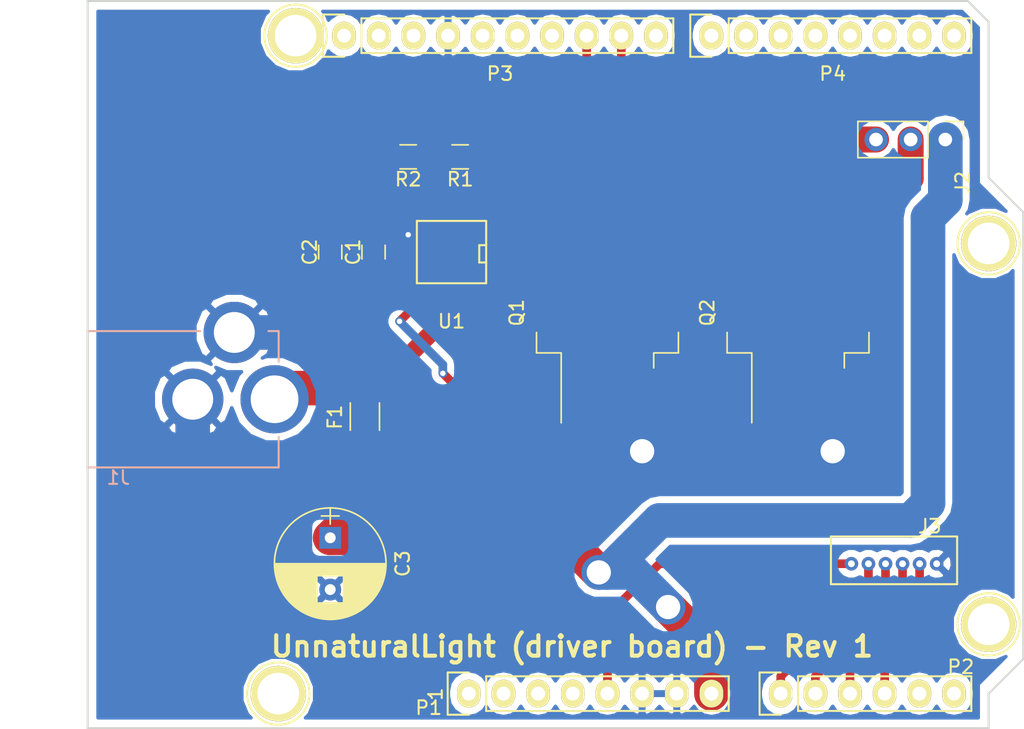
<source format=kicad_pcb>
(kicad_pcb (version 4) (host pcbnew 4.0.6+dfsg1-1)

  (general
    (links 43)
    (no_connects 0)
    (area 104.572999 71.542 182.071334 127.694)
    (thickness 1.6)
    (drawings 28)
    (tracks 100)
    (zones 0)
    (modules 20)
    (nets 42)
  )

  (page A4)
  (title_block
    (date "lun. 30 mars 2015")
  )

  (layers
    (0 F.Cu signal)
    (31 B.Cu signal)
    (32 B.Adhes user)
    (33 F.Adhes user)
    (34 B.Paste user)
    (35 F.Paste user)
    (36 B.SilkS user)
    (37 F.SilkS user)
    (38 B.Mask user)
    (39 F.Mask user)
    (40 Dwgs.User user)
    (41 Cmts.User user)
    (42 Eco1.User user)
    (43 Eco2.User user)
    (44 Edge.Cuts user)
    (45 Margin user)
    (46 B.CrtYd user)
    (47 F.CrtYd user)
    (48 B.Fab user)
    (49 F.Fab user)
  )

  (setup
    (last_trace_width 0.25)
    (user_trace_width 0.635)
    (user_trace_width 1.27)
    (user_trace_width 1.905)
    (user_trace_width 2.54)
    (trace_clearance 0.2)
    (zone_clearance 0.508)
    (zone_45_only no)
    (trace_min 0.2)
    (segment_width 0.15)
    (edge_width 0.15)
    (via_size 0.6)
    (via_drill 0.4)
    (via_min_size 0.4)
    (via_min_drill 0.3)
    (user_via 2.54 1.778)
    (uvia_size 0.3)
    (uvia_drill 0.1)
    (uvias_allowed no)
    (uvia_min_size 0)
    (uvia_min_drill 0)
    (pcb_text_width 0.3)
    (pcb_text_size 1.5 1.5)
    (mod_edge_width 0.15)
    (mod_text_size 1 1)
    (mod_text_width 0.15)
    (pad_size 4.064 4.064)
    (pad_drill 3.048)
    (pad_to_mask_clearance 0)
    (aux_axis_origin 110.998 126.365)
    (grid_origin 110.998 126.365)
    (visible_elements FFFFFF7F)
    (pcbplotparams
      (layerselection 0x00030_80000001)
      (usegerberextensions false)
      (excludeedgelayer true)
      (linewidth 0.100000)
      (plotframeref false)
      (viasonmask false)
      (mode 1)
      (useauxorigin false)
      (hpglpennumber 1)
      (hpglpenspeed 20)
      (hpglpendiameter 15)
      (hpglpenoverlay 2)
      (psnegative false)
      (psa4output false)
      (plotreference true)
      (plotvalue true)
      (plotinvisibletext false)
      (padsonsilk false)
      (subtractmaskfromsilk false)
      (outputformat 1)
      (mirror false)
      (drillshape 1)
      (scaleselection 1)
      (outputdirectory ""))
  )

  (net 0 "")
  (net 1 /IOREF)
  (net 2 /Reset)
  (net 3 +5V)
  (net 4 GND)
  (net 5 /A0)
  (net 6 /A1)
  (net 7 /A2)
  (net 8 /A3)
  (net 9 /AREF)
  (net 10 "/A4(SDA)")
  (net 11 "/A5(SCL)")
  (net 12 "/9(**)")
  (net 13 /8)
  (net 14 /7)
  (net 15 "/6(**)")
  (net 16 "/5(**)")
  (net 17 /4)
  (net 18 "/3(**)")
  (net 19 /2)
  (net 20 "/1(Tx)")
  (net 21 "/0(Rx)")
  (net 22 "Net-(P5-Pad1)")
  (net 23 "Net-(P6-Pad1)")
  (net 24 "Net-(P7-Pad1)")
  (net 25 "Net-(P8-Pad1)")
  (net 26 "/13(SCK)")
  (net 27 "/10(**/SS)")
  (net 28 "Net-(P1-Pad1)")
  (net 29 +3V3)
  (net 30 "/12(MISO)")
  (net 31 "/11(**/MOSI)")
  (net 32 VCC)
  (net 33 "Net-(F1-Pad2)")
  (net 34 /W_LED)
  (net 35 /C_LED)
  (net 36 "Net-(Q1-Pad1)")
  (net 37 "Net-(Q2-Pad1)")
  (net 38 "Net-(U1-Pad8)")
  (net 39 "Net-(U1-Pad1)")
  (net 40 "/A5(SCL)_2")
  (net 41 "/A4(SDA)_2")

  (net_class Default "This is the default net class."
    (clearance 0.2)
    (trace_width 0.25)
    (via_dia 0.6)
    (via_drill 0.4)
    (uvia_dia 0.3)
    (uvia_drill 0.1)
    (add_net +3V3)
    (add_net +5V)
    (add_net "/0(Rx)")
    (add_net "/1(Tx)")
    (add_net "/10(**/SS)")
    (add_net "/11(**/MOSI)")
    (add_net "/12(MISO)")
    (add_net "/13(SCK)")
    (add_net /2)
    (add_net "/3(**)")
    (add_net /4)
    (add_net "/5(**)")
    (add_net "/6(**)")
    (add_net /7)
    (add_net /8)
    (add_net "/9(**)")
    (add_net /A0)
    (add_net /A1)
    (add_net /A2)
    (add_net /A3)
    (add_net "/A4(SDA)")
    (add_net "/A4(SDA)_2")
    (add_net "/A5(SCL)")
    (add_net "/A5(SCL)_2")
    (add_net /AREF)
    (add_net /C_LED)
    (add_net /IOREF)
    (add_net /Reset)
    (add_net /W_LED)
    (add_net GND)
    (add_net "Net-(F1-Pad2)")
    (add_net "Net-(P1-Pad1)")
    (add_net "Net-(P5-Pad1)")
    (add_net "Net-(P6-Pad1)")
    (add_net "Net-(P7-Pad1)")
    (add_net "Net-(P8-Pad1)")
    (add_net "Net-(Q1-Pad1)")
    (add_net "Net-(Q2-Pad1)")
    (add_net "Net-(U1-Pad1)")
    (add_net "Net-(U1-Pad8)")
    (add_net VCC)
  )

  (module Socket_Arduino_Uno:Socket_Strip_Arduino_1x08 locked (layer F.Cu) (tedit 59E3D6C7) (tstamp 551AF9EA)
    (at 138.938 123.825)
    (descr "Through hole socket strip")
    (tags "socket strip")
    (path /56D70129)
    (fp_text reference P1 (at -2.94 1.04) (layer F.SilkS)
      (effects (font (size 1 1) (thickness 0.15)))
    )
    (fp_text value Power (at 8.89 -4.064) (layer F.Fab)
      (effects (font (size 1 1) (thickness 0.15)))
    )
    (fp_line (start -1.75 -1.75) (end -1.75 1.75) (layer F.CrtYd) (width 0.05))
    (fp_line (start 19.55 -1.75) (end 19.55 1.75) (layer F.CrtYd) (width 0.05))
    (fp_line (start -1.75 -1.75) (end 19.55 -1.75) (layer F.CrtYd) (width 0.05))
    (fp_line (start -1.75 1.75) (end 19.55 1.75) (layer F.CrtYd) (width 0.05))
    (fp_line (start 1.27 1.27) (end 19.05 1.27) (layer F.SilkS) (width 0.15))
    (fp_line (start 19.05 1.27) (end 19.05 -1.27) (layer F.SilkS) (width 0.15))
    (fp_line (start 19.05 -1.27) (end 1.27 -1.27) (layer F.SilkS) (width 0.15))
    (fp_line (start -1.55 1.55) (end 0 1.55) (layer F.SilkS) (width 0.15))
    (fp_line (start 1.27 1.27) (end 1.27 -1.27) (layer F.SilkS) (width 0.15))
    (fp_line (start 0 -1.55) (end -1.55 -1.55) (layer F.SilkS) (width 0.15))
    (fp_line (start -1.55 -1.55) (end -1.55 1.55) (layer F.SilkS) (width 0.15))
    (pad 1 thru_hole oval (at 0 0) (size 1.7272 2.032) (drill 1.016) (layers *.Cu *.Mask F.SilkS)
      (net 28 "Net-(P1-Pad1)"))
    (pad 2 thru_hole oval (at 2.54 0) (size 1.7272 2.032) (drill 1.016) (layers *.Cu *.Mask F.SilkS)
      (net 1 /IOREF))
    (pad 3 thru_hole oval (at 5.08 0) (size 1.7272 2.032) (drill 1.016) (layers *.Cu *.Mask F.SilkS)
      (net 2 /Reset))
    (pad 4 thru_hole oval (at 7.62 0) (size 1.7272 2.032) (drill 1.016) (layers *.Cu *.Mask F.SilkS)
      (net 29 +3V3))
    (pad 5 thru_hole oval (at 10.16 0) (size 1.7272 2.032) (drill 1.016) (layers *.Cu *.Mask F.SilkS)
      (net 3 +5V))
    (pad 6 thru_hole oval (at 12.7 0) (size 1.7272 2.032) (drill 1.016) (layers *.Cu *.Mask F.SilkS)
      (net 4 GND))
    (pad 7 thru_hole oval (at 15.24 0) (size 1.7272 2.032) (drill 1.016) (layers *.Cu *.Mask F.SilkS)
      (net 4 GND))
    (pad 8 thru_hole oval (at 17.78 0) (size 1.7272 2.032) (drill 1.016) (layers *.Cu *.Mask F.SilkS)
      (net 32 VCC))
    (model ${KIPRJMOD}/Socket_Arduino_Uno.3dshapes/Socket_header_Arduino_1x08.wrl
      (at (xyz 0.35 0 0))
      (scale (xyz 1 1 1))
      (rotate (xyz 0 0 180))
    )
  )

  (module Socket_Arduino_Uno:Socket_Strip_Arduino_1x06 locked (layer F.Cu) (tedit 59E3D6CB) (tstamp 551AF9FF)
    (at 161.798 123.825)
    (descr "Through hole socket strip")
    (tags "socket strip")
    (path /56D70DD8)
    (fp_text reference P2 (at 13.2 -1.96) (layer F.SilkS)
      (effects (font (size 1 1) (thickness 0.15)))
    )
    (fp_text value Analog (at 6.604 -4.064) (layer F.Fab)
      (effects (font (size 1 1) (thickness 0.15)))
    )
    (fp_line (start -1.75 -1.75) (end -1.75 1.75) (layer F.CrtYd) (width 0.05))
    (fp_line (start 14.45 -1.75) (end 14.45 1.75) (layer F.CrtYd) (width 0.05))
    (fp_line (start -1.75 -1.75) (end 14.45 -1.75) (layer F.CrtYd) (width 0.05))
    (fp_line (start -1.75 1.75) (end 14.45 1.75) (layer F.CrtYd) (width 0.05))
    (fp_line (start 1.27 1.27) (end 13.97 1.27) (layer F.SilkS) (width 0.15))
    (fp_line (start 13.97 1.27) (end 13.97 -1.27) (layer F.SilkS) (width 0.15))
    (fp_line (start 13.97 -1.27) (end 1.27 -1.27) (layer F.SilkS) (width 0.15))
    (fp_line (start -1.55 1.55) (end 0 1.55) (layer F.SilkS) (width 0.15))
    (fp_line (start 1.27 1.27) (end 1.27 -1.27) (layer F.SilkS) (width 0.15))
    (fp_line (start 0 -1.55) (end -1.55 -1.55) (layer F.SilkS) (width 0.15))
    (fp_line (start -1.55 -1.55) (end -1.55 1.55) (layer F.SilkS) (width 0.15))
    (pad 1 thru_hole oval (at 0 0) (size 1.7272 2.032) (drill 1.016) (layers *.Cu *.Mask F.SilkS)
      (net 5 /A0))
    (pad 2 thru_hole oval (at 2.54 0) (size 1.7272 2.032) (drill 1.016) (layers *.Cu *.Mask F.SilkS)
      (net 6 /A1))
    (pad 3 thru_hole oval (at 5.08 0) (size 1.7272 2.032) (drill 1.016) (layers *.Cu *.Mask F.SilkS)
      (net 7 /A2))
    (pad 4 thru_hole oval (at 7.62 0) (size 1.7272 2.032) (drill 1.016) (layers *.Cu *.Mask F.SilkS)
      (net 8 /A3))
    (pad 5 thru_hole oval (at 10.16 0) (size 1.7272 2.032) (drill 1.016) (layers *.Cu *.Mask F.SilkS)
      (net 10 "/A4(SDA)"))
    (pad 6 thru_hole oval (at 12.7 0) (size 1.7272 2.032) (drill 1.016) (layers *.Cu *.Mask F.SilkS)
      (net 11 "/A5(SCL)"))
    (model ${KIPRJMOD}/Socket_Arduino_Uno.3dshapes/Socket_header_Arduino_1x06.wrl
      (at (xyz 0.25 0 0))
      (scale (xyz 1 1 1))
      (rotate (xyz 0 0 180))
    )
  )

  (module Socket_Arduino_Uno:Socket_Strip_Arduino_1x10 locked (layer F.Cu) (tedit 552168BF) (tstamp 551AFA18)
    (at 129.794 75.565)
    (descr "Through hole socket strip")
    (tags "socket strip")
    (path /56D721E0)
    (fp_text reference P3 (at 11.43 2.794) (layer F.SilkS)
      (effects (font (size 1 1) (thickness 0.15)))
    )
    (fp_text value Digital (at 11.43 4.318) (layer F.Fab)
      (effects (font (size 1 1) (thickness 0.15)))
    )
    (fp_line (start -1.75 -1.75) (end -1.75 1.75) (layer F.CrtYd) (width 0.05))
    (fp_line (start 24.65 -1.75) (end 24.65 1.75) (layer F.CrtYd) (width 0.05))
    (fp_line (start -1.75 -1.75) (end 24.65 -1.75) (layer F.CrtYd) (width 0.05))
    (fp_line (start -1.75 1.75) (end 24.65 1.75) (layer F.CrtYd) (width 0.05))
    (fp_line (start 1.27 1.27) (end 24.13 1.27) (layer F.SilkS) (width 0.15))
    (fp_line (start 24.13 1.27) (end 24.13 -1.27) (layer F.SilkS) (width 0.15))
    (fp_line (start 24.13 -1.27) (end 1.27 -1.27) (layer F.SilkS) (width 0.15))
    (fp_line (start -1.55 1.55) (end 0 1.55) (layer F.SilkS) (width 0.15))
    (fp_line (start 1.27 1.27) (end 1.27 -1.27) (layer F.SilkS) (width 0.15))
    (fp_line (start 0 -1.55) (end -1.55 -1.55) (layer F.SilkS) (width 0.15))
    (fp_line (start -1.55 -1.55) (end -1.55 1.55) (layer F.SilkS) (width 0.15))
    (pad 1 thru_hole oval (at 0 0) (size 1.7272 2.032) (drill 1.016) (layers *.Cu *.Mask F.SilkS)
      (net 40 "/A5(SCL)_2"))
    (pad 2 thru_hole oval (at 2.54 0) (size 1.7272 2.032) (drill 1.016) (layers *.Cu *.Mask F.SilkS)
      (net 41 "/A4(SDA)_2"))
    (pad 3 thru_hole oval (at 5.08 0) (size 1.7272 2.032) (drill 1.016) (layers *.Cu *.Mask F.SilkS)
      (net 9 /AREF))
    (pad 4 thru_hole oval (at 7.62 0) (size 1.7272 2.032) (drill 1.016) (layers *.Cu *.Mask F.SilkS)
      (net 4 GND))
    (pad 5 thru_hole oval (at 10.16 0) (size 1.7272 2.032) (drill 1.016) (layers *.Cu *.Mask F.SilkS)
      (net 26 "/13(SCK)"))
    (pad 6 thru_hole oval (at 12.7 0) (size 1.7272 2.032) (drill 1.016) (layers *.Cu *.Mask F.SilkS)
      (net 30 "/12(MISO)"))
    (pad 7 thru_hole oval (at 15.24 0) (size 1.7272 2.032) (drill 1.016) (layers *.Cu *.Mask F.SilkS)
      (net 31 "/11(**/MOSI)"))
    (pad 8 thru_hole oval (at 17.78 0) (size 1.7272 2.032) (drill 1.016) (layers *.Cu *.Mask F.SilkS)
      (net 27 "/10(**/SS)"))
    (pad 9 thru_hole oval (at 20.32 0) (size 1.7272 2.032) (drill 1.016) (layers *.Cu *.Mask F.SilkS)
      (net 12 "/9(**)"))
    (pad 10 thru_hole oval (at 22.86 0) (size 1.7272 2.032) (drill 1.016) (layers *.Cu *.Mask F.SilkS)
      (net 13 /8))
    (model ${KIPRJMOD}/Socket_Arduino_Uno.3dshapes/Socket_header_Arduino_1x10.wrl
      (at (xyz 0.45 0 0))
      (scale (xyz 1 1 1))
      (rotate (xyz 0 0 180))
    )
  )

  (module Socket_Arduino_Uno:Socket_Strip_Arduino_1x08 locked (layer F.Cu) (tedit 552168C7) (tstamp 551AFA2F)
    (at 156.718 75.565)
    (descr "Through hole socket strip")
    (tags "socket strip")
    (path /56D7164F)
    (fp_text reference P4 (at 8.89 2.794) (layer F.SilkS)
      (effects (font (size 1 1) (thickness 0.15)))
    )
    (fp_text value Digital (at 8.89 4.318) (layer F.Fab)
      (effects (font (size 1 1) (thickness 0.15)))
    )
    (fp_line (start -1.75 -1.75) (end -1.75 1.75) (layer F.CrtYd) (width 0.05))
    (fp_line (start 19.55 -1.75) (end 19.55 1.75) (layer F.CrtYd) (width 0.05))
    (fp_line (start -1.75 -1.75) (end 19.55 -1.75) (layer F.CrtYd) (width 0.05))
    (fp_line (start -1.75 1.75) (end 19.55 1.75) (layer F.CrtYd) (width 0.05))
    (fp_line (start 1.27 1.27) (end 19.05 1.27) (layer F.SilkS) (width 0.15))
    (fp_line (start 19.05 1.27) (end 19.05 -1.27) (layer F.SilkS) (width 0.15))
    (fp_line (start 19.05 -1.27) (end 1.27 -1.27) (layer F.SilkS) (width 0.15))
    (fp_line (start -1.55 1.55) (end 0 1.55) (layer F.SilkS) (width 0.15))
    (fp_line (start 1.27 1.27) (end 1.27 -1.27) (layer F.SilkS) (width 0.15))
    (fp_line (start 0 -1.55) (end -1.55 -1.55) (layer F.SilkS) (width 0.15))
    (fp_line (start -1.55 -1.55) (end -1.55 1.55) (layer F.SilkS) (width 0.15))
    (pad 1 thru_hole oval (at 0 0) (size 1.7272 2.032) (drill 1.016) (layers *.Cu *.Mask F.SilkS)
      (net 14 /7))
    (pad 2 thru_hole oval (at 2.54 0) (size 1.7272 2.032) (drill 1.016) (layers *.Cu *.Mask F.SilkS)
      (net 15 "/6(**)"))
    (pad 3 thru_hole oval (at 5.08 0) (size 1.7272 2.032) (drill 1.016) (layers *.Cu *.Mask F.SilkS)
      (net 16 "/5(**)"))
    (pad 4 thru_hole oval (at 7.62 0) (size 1.7272 2.032) (drill 1.016) (layers *.Cu *.Mask F.SilkS)
      (net 17 /4))
    (pad 5 thru_hole oval (at 10.16 0) (size 1.7272 2.032) (drill 1.016) (layers *.Cu *.Mask F.SilkS)
      (net 18 "/3(**)"))
    (pad 6 thru_hole oval (at 12.7 0) (size 1.7272 2.032) (drill 1.016) (layers *.Cu *.Mask F.SilkS)
      (net 19 /2))
    (pad 7 thru_hole oval (at 15.24 0) (size 1.7272 2.032) (drill 1.016) (layers *.Cu *.Mask F.SilkS)
      (net 20 "/1(Tx)"))
    (pad 8 thru_hole oval (at 17.78 0) (size 1.7272 2.032) (drill 1.016) (layers *.Cu *.Mask F.SilkS)
      (net 21 "/0(Rx)"))
    (model ${KIPRJMOD}/Socket_Arduino_Uno.3dshapes/Socket_header_Arduino_1x08.wrl
      (at (xyz 0.35 0 0))
      (scale (xyz 1 1 1))
      (rotate (xyz 0 0 180))
    )
  )

  (module Socket_Arduino_Uno:Arduino_1pin locked (layer F.Cu) (tedit 5524FC39) (tstamp 5524FC3F)
    (at 124.968 123.825)
    (descr "module 1 pin (ou trou mecanique de percage)")
    (tags DEV)
    (path /56D71177)
    (fp_text reference P5 (at 0 -3.048) (layer F.SilkS) hide
      (effects (font (size 1 1) (thickness 0.15)))
    )
    (fp_text value CONN_01X01 (at 0 2.794) (layer F.Fab) hide
      (effects (font (size 1 1) (thickness 0.15)))
    )
    (fp_circle (center 0 0) (end 0 -2.286) (layer F.SilkS) (width 0.15))
    (pad 1 thru_hole circle (at 0 0) (size 4.064 4.064) (drill 3.048) (layers *.Cu *.Mask F.SilkS)
      (net 22 "Net-(P5-Pad1)"))
  )

  (module Socket_Arduino_Uno:Arduino_1pin locked (layer F.Cu) (tedit 5524FC4A) (tstamp 5524FC44)
    (at 177.038 118.745)
    (descr "module 1 pin (ou trou mecanique de percage)")
    (tags DEV)
    (path /56D71274)
    (fp_text reference P6 (at 0 -3.048) (layer F.SilkS) hide
      (effects (font (size 1 1) (thickness 0.15)))
    )
    (fp_text value CONN_01X01 (at 0 2.794) (layer F.Fab) hide
      (effects (font (size 1 1) (thickness 0.15)))
    )
    (fp_circle (center 0 0) (end 0 -2.286) (layer F.SilkS) (width 0.15))
    (pad 1 thru_hole circle (at 0 0) (size 4.064 4.064) (drill 3.048) (layers *.Cu *.Mask F.SilkS)
      (net 23 "Net-(P6-Pad1)"))
  )

  (module Socket_Arduino_Uno:Arduino_1pin locked (layer F.Cu) (tedit 5524FC2F) (tstamp 5524FC49)
    (at 126.238 75.565)
    (descr "module 1 pin (ou trou mecanique de percage)")
    (tags DEV)
    (path /56D712A8)
    (fp_text reference P7 (at 0 -3.048) (layer F.SilkS) hide
      (effects (font (size 1 1) (thickness 0.15)))
    )
    (fp_text value CONN_01X01 (at 0 2.794) (layer F.Fab) hide
      (effects (font (size 1 1) (thickness 0.15)))
    )
    (fp_circle (center 0 0) (end 0 -2.286) (layer F.SilkS) (width 0.15))
    (pad 1 thru_hole circle (at 0 0) (size 4.064 4.064) (drill 3.048) (layers *.Cu *.Mask F.SilkS)
      (net 24 "Net-(P7-Pad1)"))
  )

  (module Socket_Arduino_Uno:Arduino_1pin locked (layer F.Cu) (tedit 5524FC41) (tstamp 5524FC4E)
    (at 177.038 90.805)
    (descr "module 1 pin (ou trou mecanique de percage)")
    (tags DEV)
    (path /56D712DB)
    (fp_text reference P8 (at 0 -3.048) (layer F.SilkS) hide
      (effects (font (size 1 1) (thickness 0.15)))
    )
    (fp_text value CONN_01X01 (at 0 2.794) (layer F.Fab) hide
      (effects (font (size 1 1) (thickness 0.15)))
    )
    (fp_circle (center 0 0) (end 0 -2.286) (layer F.SilkS) (width 0.15))
    (pad 1 thru_hole circle (at 0 0) (size 4.064 4.064) (drill 3.048) (layers *.Cu *.Mask F.SilkS)
      (net 25 "Net-(P8-Pad1)"))
  )

  (module Capacitors_SMD:C_0805 (layer F.Cu) (tedit 59E1332E) (tstamp 59E13079)
    (at 131.953 91.44 90)
    (descr "Capacitor SMD 0805, reflow soldering, AVX (see smccp.pdf)")
    (tags "capacitor 0805")
    (path /59E02529)
    (attr smd)
    (fp_text reference C1 (at 0 -1.5 90) (layer F.SilkS)
      (effects (font (size 1 1) (thickness 0.15)))
    )
    (fp_text value 0.1uF (at 3.81 0 90) (layer F.Fab)
      (effects (font (size 1 1) (thickness 0.15)))
    )
    (fp_text user %R (at 0 -1.5 90) (layer F.Fab)
      (effects (font (size 1 1) (thickness 0.15)))
    )
    (fp_line (start -1 0.62) (end -1 -0.62) (layer F.Fab) (width 0.1))
    (fp_line (start 1 0.62) (end -1 0.62) (layer F.Fab) (width 0.1))
    (fp_line (start 1 -0.62) (end 1 0.62) (layer F.Fab) (width 0.1))
    (fp_line (start -1 -0.62) (end 1 -0.62) (layer F.Fab) (width 0.1))
    (fp_line (start 0.5 -0.85) (end -0.5 -0.85) (layer F.SilkS) (width 0.12))
    (fp_line (start -0.5 0.85) (end 0.5 0.85) (layer F.SilkS) (width 0.12))
    (fp_line (start -1.75 -0.88) (end 1.75 -0.88) (layer F.CrtYd) (width 0.05))
    (fp_line (start -1.75 -0.88) (end -1.75 0.87) (layer F.CrtYd) (width 0.05))
    (fp_line (start 1.75 0.87) (end 1.75 -0.88) (layer F.CrtYd) (width 0.05))
    (fp_line (start 1.75 0.87) (end -1.75 0.87) (layer F.CrtYd) (width 0.05))
    (pad 1 smd rect (at -1 0 90) (size 1 1.25) (layers F.Cu F.Paste F.Mask)
      (net 32 VCC))
    (pad 2 smd rect (at 1 0 90) (size 1 1.25) (layers F.Cu F.Paste F.Mask)
      (net 4 GND))
    (model Capacitors_SMD.3dshapes/C_0805.wrl
      (at (xyz 0 0 0))
      (scale (xyz 1 1 1))
      (rotate (xyz 0 0 0))
    )
  )

  (module Capacitors_SMD:C_0805 (layer F.Cu) (tedit 59E1332C) (tstamp 59E1307F)
    (at 128.778 91.44 90)
    (descr "Capacitor SMD 0805, reflow soldering, AVX (see smccp.pdf)")
    (tags "capacitor 0805")
    (path /59E02468)
    (attr smd)
    (fp_text reference C2 (at 0 -1.5 90) (layer F.SilkS)
      (effects (font (size 1 1) (thickness 0.15)))
    )
    (fp_text value 1uF (at 3.175 0 90) (layer F.Fab)
      (effects (font (size 1 1) (thickness 0.15)))
    )
    (fp_text user %R (at 0 -1.5 90) (layer F.Fab)
      (effects (font (size 1 1) (thickness 0.15)))
    )
    (fp_line (start -1 0.62) (end -1 -0.62) (layer F.Fab) (width 0.1))
    (fp_line (start 1 0.62) (end -1 0.62) (layer F.Fab) (width 0.1))
    (fp_line (start 1 -0.62) (end 1 0.62) (layer F.Fab) (width 0.1))
    (fp_line (start -1 -0.62) (end 1 -0.62) (layer F.Fab) (width 0.1))
    (fp_line (start 0.5 -0.85) (end -0.5 -0.85) (layer F.SilkS) (width 0.12))
    (fp_line (start -0.5 0.85) (end 0.5 0.85) (layer F.SilkS) (width 0.12))
    (fp_line (start -1.75 -0.88) (end 1.75 -0.88) (layer F.CrtYd) (width 0.05))
    (fp_line (start -1.75 -0.88) (end -1.75 0.87) (layer F.CrtYd) (width 0.05))
    (fp_line (start 1.75 0.87) (end 1.75 -0.88) (layer F.CrtYd) (width 0.05))
    (fp_line (start 1.75 0.87) (end -1.75 0.87) (layer F.CrtYd) (width 0.05))
    (pad 1 smd rect (at -1 0 90) (size 1 1.25) (layers F.Cu F.Paste F.Mask)
      (net 32 VCC))
    (pad 2 smd rect (at 1 0 90) (size 1 1.25) (layers F.Cu F.Paste F.Mask)
      (net 4 GND))
    (model Capacitors_SMD.3dshapes/C_0805.wrl
      (at (xyz 0 0 0))
      (scale (xyz 1 1 1))
      (rotate (xyz 0 0 0))
    )
  )

  (module Capacitors_THT:CP_Radial_D8.0mm_P3.80mm (layer F.Cu) (tedit 597BC7C2) (tstamp 59E13085)
    (at 128.778 112.395 270)
    (descr "CP, Radial series, Radial, pin pitch=3.80mm, , diameter=8mm, Electrolytic Capacitor")
    (tags "CP Radial series Radial pin pitch 3.80mm  diameter 8mm Electrolytic Capacitor")
    (path /59E02BAA)
    (fp_text reference C3 (at 1.9 -5.31 270) (layer F.SilkS)
      (effects (font (size 1 1) (thickness 0.15)))
    )
    (fp_text value 220uF (at 1.9 5.31 270) (layer F.Fab)
      (effects (font (size 1 1) (thickness 0.15)))
    )
    (fp_circle (center 1.9 0) (end 5.9 0) (layer F.Fab) (width 0.1))
    (fp_circle (center 1.9 0) (end 5.99 0) (layer F.SilkS) (width 0.12))
    (fp_line (start -2.2 0) (end -1 0) (layer F.Fab) (width 0.1))
    (fp_line (start -1.6 -0.65) (end -1.6 0.65) (layer F.Fab) (width 0.1))
    (fp_line (start 1.9 -4.05) (end 1.9 4.05) (layer F.SilkS) (width 0.12))
    (fp_line (start 1.94 -4.05) (end 1.94 4.05) (layer F.SilkS) (width 0.12))
    (fp_line (start 1.98 -4.05) (end 1.98 4.05) (layer F.SilkS) (width 0.12))
    (fp_line (start 2.02 -4.049) (end 2.02 4.049) (layer F.SilkS) (width 0.12))
    (fp_line (start 2.06 -4.047) (end 2.06 4.047) (layer F.SilkS) (width 0.12))
    (fp_line (start 2.1 -4.046) (end 2.1 4.046) (layer F.SilkS) (width 0.12))
    (fp_line (start 2.14 -4.043) (end 2.14 4.043) (layer F.SilkS) (width 0.12))
    (fp_line (start 2.18 -4.041) (end 2.18 4.041) (layer F.SilkS) (width 0.12))
    (fp_line (start 2.22 -4.038) (end 2.22 4.038) (layer F.SilkS) (width 0.12))
    (fp_line (start 2.26 -4.035) (end 2.26 4.035) (layer F.SilkS) (width 0.12))
    (fp_line (start 2.3 -4.031) (end 2.3 4.031) (layer F.SilkS) (width 0.12))
    (fp_line (start 2.34 -4.027) (end 2.34 4.027) (layer F.SilkS) (width 0.12))
    (fp_line (start 2.38 -4.022) (end 2.38 4.022) (layer F.SilkS) (width 0.12))
    (fp_line (start 2.42 -4.017) (end 2.42 4.017) (layer F.SilkS) (width 0.12))
    (fp_line (start 2.46 -4.012) (end 2.46 4.012) (layer F.SilkS) (width 0.12))
    (fp_line (start 2.5 -4.006) (end 2.5 4.006) (layer F.SilkS) (width 0.12))
    (fp_line (start 2.54 -4) (end 2.54 4) (layer F.SilkS) (width 0.12))
    (fp_line (start 2.58 -3.994) (end 2.58 3.994) (layer F.SilkS) (width 0.12))
    (fp_line (start 2.621 -3.987) (end 2.621 3.987) (layer F.SilkS) (width 0.12))
    (fp_line (start 2.661 -3.979) (end 2.661 3.979) (layer F.SilkS) (width 0.12))
    (fp_line (start 2.701 -3.971) (end 2.701 3.971) (layer F.SilkS) (width 0.12))
    (fp_line (start 2.741 -3.963) (end 2.741 3.963) (layer F.SilkS) (width 0.12))
    (fp_line (start 2.781 -3.955) (end 2.781 3.955) (layer F.SilkS) (width 0.12))
    (fp_line (start 2.821 -3.946) (end 2.821 -0.98) (layer F.SilkS) (width 0.12))
    (fp_line (start 2.821 0.98) (end 2.821 3.946) (layer F.SilkS) (width 0.12))
    (fp_line (start 2.861 -3.936) (end 2.861 -0.98) (layer F.SilkS) (width 0.12))
    (fp_line (start 2.861 0.98) (end 2.861 3.936) (layer F.SilkS) (width 0.12))
    (fp_line (start 2.901 -3.926) (end 2.901 -0.98) (layer F.SilkS) (width 0.12))
    (fp_line (start 2.901 0.98) (end 2.901 3.926) (layer F.SilkS) (width 0.12))
    (fp_line (start 2.941 -3.916) (end 2.941 -0.98) (layer F.SilkS) (width 0.12))
    (fp_line (start 2.941 0.98) (end 2.941 3.916) (layer F.SilkS) (width 0.12))
    (fp_line (start 2.981 -3.905) (end 2.981 -0.98) (layer F.SilkS) (width 0.12))
    (fp_line (start 2.981 0.98) (end 2.981 3.905) (layer F.SilkS) (width 0.12))
    (fp_line (start 3.021 -3.894) (end 3.021 -0.98) (layer F.SilkS) (width 0.12))
    (fp_line (start 3.021 0.98) (end 3.021 3.894) (layer F.SilkS) (width 0.12))
    (fp_line (start 3.061 -3.883) (end 3.061 -0.98) (layer F.SilkS) (width 0.12))
    (fp_line (start 3.061 0.98) (end 3.061 3.883) (layer F.SilkS) (width 0.12))
    (fp_line (start 3.101 -3.87) (end 3.101 -0.98) (layer F.SilkS) (width 0.12))
    (fp_line (start 3.101 0.98) (end 3.101 3.87) (layer F.SilkS) (width 0.12))
    (fp_line (start 3.141 -3.858) (end 3.141 -0.98) (layer F.SilkS) (width 0.12))
    (fp_line (start 3.141 0.98) (end 3.141 3.858) (layer F.SilkS) (width 0.12))
    (fp_line (start 3.181 -3.845) (end 3.181 -0.98) (layer F.SilkS) (width 0.12))
    (fp_line (start 3.181 0.98) (end 3.181 3.845) (layer F.SilkS) (width 0.12))
    (fp_line (start 3.221 -3.832) (end 3.221 -0.98) (layer F.SilkS) (width 0.12))
    (fp_line (start 3.221 0.98) (end 3.221 3.832) (layer F.SilkS) (width 0.12))
    (fp_line (start 3.261 -3.818) (end 3.261 -0.98) (layer F.SilkS) (width 0.12))
    (fp_line (start 3.261 0.98) (end 3.261 3.818) (layer F.SilkS) (width 0.12))
    (fp_line (start 3.301 -3.803) (end 3.301 -0.98) (layer F.SilkS) (width 0.12))
    (fp_line (start 3.301 0.98) (end 3.301 3.803) (layer F.SilkS) (width 0.12))
    (fp_line (start 3.341 -3.789) (end 3.341 -0.98) (layer F.SilkS) (width 0.12))
    (fp_line (start 3.341 0.98) (end 3.341 3.789) (layer F.SilkS) (width 0.12))
    (fp_line (start 3.381 -3.773) (end 3.381 -0.98) (layer F.SilkS) (width 0.12))
    (fp_line (start 3.381 0.98) (end 3.381 3.773) (layer F.SilkS) (width 0.12))
    (fp_line (start 3.421 -3.758) (end 3.421 -0.98) (layer F.SilkS) (width 0.12))
    (fp_line (start 3.421 0.98) (end 3.421 3.758) (layer F.SilkS) (width 0.12))
    (fp_line (start 3.461 -3.741) (end 3.461 -0.98) (layer F.SilkS) (width 0.12))
    (fp_line (start 3.461 0.98) (end 3.461 3.741) (layer F.SilkS) (width 0.12))
    (fp_line (start 3.501 -3.725) (end 3.501 -0.98) (layer F.SilkS) (width 0.12))
    (fp_line (start 3.501 0.98) (end 3.501 3.725) (layer F.SilkS) (width 0.12))
    (fp_line (start 3.541 -3.707) (end 3.541 -0.98) (layer F.SilkS) (width 0.12))
    (fp_line (start 3.541 0.98) (end 3.541 3.707) (layer F.SilkS) (width 0.12))
    (fp_line (start 3.581 -3.69) (end 3.581 -0.98) (layer F.SilkS) (width 0.12))
    (fp_line (start 3.581 0.98) (end 3.581 3.69) (layer F.SilkS) (width 0.12))
    (fp_line (start 3.621 -3.671) (end 3.621 -0.98) (layer F.SilkS) (width 0.12))
    (fp_line (start 3.621 0.98) (end 3.621 3.671) (layer F.SilkS) (width 0.12))
    (fp_line (start 3.661 -3.652) (end 3.661 -0.98) (layer F.SilkS) (width 0.12))
    (fp_line (start 3.661 0.98) (end 3.661 3.652) (layer F.SilkS) (width 0.12))
    (fp_line (start 3.701 -3.633) (end 3.701 -0.98) (layer F.SilkS) (width 0.12))
    (fp_line (start 3.701 0.98) (end 3.701 3.633) (layer F.SilkS) (width 0.12))
    (fp_line (start 3.741 -3.613) (end 3.741 -0.98) (layer F.SilkS) (width 0.12))
    (fp_line (start 3.741 0.98) (end 3.741 3.613) (layer F.SilkS) (width 0.12))
    (fp_line (start 3.781 -3.593) (end 3.781 -0.98) (layer F.SilkS) (width 0.12))
    (fp_line (start 3.781 0.98) (end 3.781 3.593) (layer F.SilkS) (width 0.12))
    (fp_line (start 3.821 -3.572) (end 3.821 -0.98) (layer F.SilkS) (width 0.12))
    (fp_line (start 3.821 0.98) (end 3.821 3.572) (layer F.SilkS) (width 0.12))
    (fp_line (start 3.861 -3.55) (end 3.861 -0.98) (layer F.SilkS) (width 0.12))
    (fp_line (start 3.861 0.98) (end 3.861 3.55) (layer F.SilkS) (width 0.12))
    (fp_line (start 3.901 -3.528) (end 3.901 -0.98) (layer F.SilkS) (width 0.12))
    (fp_line (start 3.901 0.98) (end 3.901 3.528) (layer F.SilkS) (width 0.12))
    (fp_line (start 3.941 -3.505) (end 3.941 -0.98) (layer F.SilkS) (width 0.12))
    (fp_line (start 3.941 0.98) (end 3.941 3.505) (layer F.SilkS) (width 0.12))
    (fp_line (start 3.981 -3.482) (end 3.981 -0.98) (layer F.SilkS) (width 0.12))
    (fp_line (start 3.981 0.98) (end 3.981 3.482) (layer F.SilkS) (width 0.12))
    (fp_line (start 4.021 -3.458) (end 4.021 -0.98) (layer F.SilkS) (width 0.12))
    (fp_line (start 4.021 0.98) (end 4.021 3.458) (layer F.SilkS) (width 0.12))
    (fp_line (start 4.061 -3.434) (end 4.061 -0.98) (layer F.SilkS) (width 0.12))
    (fp_line (start 4.061 0.98) (end 4.061 3.434) (layer F.SilkS) (width 0.12))
    (fp_line (start 4.101 -3.408) (end 4.101 -0.98) (layer F.SilkS) (width 0.12))
    (fp_line (start 4.101 0.98) (end 4.101 3.408) (layer F.SilkS) (width 0.12))
    (fp_line (start 4.141 -3.383) (end 4.141 -0.98) (layer F.SilkS) (width 0.12))
    (fp_line (start 4.141 0.98) (end 4.141 3.383) (layer F.SilkS) (width 0.12))
    (fp_line (start 4.181 -3.356) (end 4.181 -0.98) (layer F.SilkS) (width 0.12))
    (fp_line (start 4.181 0.98) (end 4.181 3.356) (layer F.SilkS) (width 0.12))
    (fp_line (start 4.221 -3.329) (end 4.221 -0.98) (layer F.SilkS) (width 0.12))
    (fp_line (start 4.221 0.98) (end 4.221 3.329) (layer F.SilkS) (width 0.12))
    (fp_line (start 4.261 -3.301) (end 4.261 -0.98) (layer F.SilkS) (width 0.12))
    (fp_line (start 4.261 0.98) (end 4.261 3.301) (layer F.SilkS) (width 0.12))
    (fp_line (start 4.301 -3.272) (end 4.301 -0.98) (layer F.SilkS) (width 0.12))
    (fp_line (start 4.301 0.98) (end 4.301 3.272) (layer F.SilkS) (width 0.12))
    (fp_line (start 4.341 -3.243) (end 4.341 -0.98) (layer F.SilkS) (width 0.12))
    (fp_line (start 4.341 0.98) (end 4.341 3.243) (layer F.SilkS) (width 0.12))
    (fp_line (start 4.381 -3.213) (end 4.381 -0.98) (layer F.SilkS) (width 0.12))
    (fp_line (start 4.381 0.98) (end 4.381 3.213) (layer F.SilkS) (width 0.12))
    (fp_line (start 4.421 -3.182) (end 4.421 -0.98) (layer F.SilkS) (width 0.12))
    (fp_line (start 4.421 0.98) (end 4.421 3.182) (layer F.SilkS) (width 0.12))
    (fp_line (start 4.461 -3.15) (end 4.461 -0.98) (layer F.SilkS) (width 0.12))
    (fp_line (start 4.461 0.98) (end 4.461 3.15) (layer F.SilkS) (width 0.12))
    (fp_line (start 4.501 -3.118) (end 4.501 -0.98) (layer F.SilkS) (width 0.12))
    (fp_line (start 4.501 0.98) (end 4.501 3.118) (layer F.SilkS) (width 0.12))
    (fp_line (start 4.541 -3.084) (end 4.541 -0.98) (layer F.SilkS) (width 0.12))
    (fp_line (start 4.541 0.98) (end 4.541 3.084) (layer F.SilkS) (width 0.12))
    (fp_line (start 4.581 -3.05) (end 4.581 -0.98) (layer F.SilkS) (width 0.12))
    (fp_line (start 4.581 0.98) (end 4.581 3.05) (layer F.SilkS) (width 0.12))
    (fp_line (start 4.621 -3.015) (end 4.621 -0.98) (layer F.SilkS) (width 0.12))
    (fp_line (start 4.621 0.98) (end 4.621 3.015) (layer F.SilkS) (width 0.12))
    (fp_line (start 4.661 -2.979) (end 4.661 -0.98) (layer F.SilkS) (width 0.12))
    (fp_line (start 4.661 0.98) (end 4.661 2.979) (layer F.SilkS) (width 0.12))
    (fp_line (start 4.701 -2.942) (end 4.701 -0.98) (layer F.SilkS) (width 0.12))
    (fp_line (start 4.701 0.98) (end 4.701 2.942) (layer F.SilkS) (width 0.12))
    (fp_line (start 4.741 -2.904) (end 4.741 -0.98) (layer F.SilkS) (width 0.12))
    (fp_line (start 4.741 0.98) (end 4.741 2.904) (layer F.SilkS) (width 0.12))
    (fp_line (start 4.781 -2.865) (end 4.781 2.865) (layer F.SilkS) (width 0.12))
    (fp_line (start 4.821 -2.824) (end 4.821 2.824) (layer F.SilkS) (width 0.12))
    (fp_line (start 4.861 -2.783) (end 4.861 2.783) (layer F.SilkS) (width 0.12))
    (fp_line (start 4.901 -2.74) (end 4.901 2.74) (layer F.SilkS) (width 0.12))
    (fp_line (start 4.941 -2.697) (end 4.941 2.697) (layer F.SilkS) (width 0.12))
    (fp_line (start 4.981 -2.652) (end 4.981 2.652) (layer F.SilkS) (width 0.12))
    (fp_line (start 5.021 -2.605) (end 5.021 2.605) (layer F.SilkS) (width 0.12))
    (fp_line (start 5.061 -2.557) (end 5.061 2.557) (layer F.SilkS) (width 0.12))
    (fp_line (start 5.101 -2.508) (end 5.101 2.508) (layer F.SilkS) (width 0.12))
    (fp_line (start 5.141 -2.457) (end 5.141 2.457) (layer F.SilkS) (width 0.12))
    (fp_line (start 5.181 -2.404) (end 5.181 2.404) (layer F.SilkS) (width 0.12))
    (fp_line (start 5.221 -2.349) (end 5.221 2.349) (layer F.SilkS) (width 0.12))
    (fp_line (start 5.261 -2.293) (end 5.261 2.293) (layer F.SilkS) (width 0.12))
    (fp_line (start 5.301 -2.234) (end 5.301 2.234) (layer F.SilkS) (width 0.12))
    (fp_line (start 5.341 -2.173) (end 5.341 2.173) (layer F.SilkS) (width 0.12))
    (fp_line (start 5.381 -2.109) (end 5.381 2.109) (layer F.SilkS) (width 0.12))
    (fp_line (start 5.421 -2.043) (end 5.421 2.043) (layer F.SilkS) (width 0.12))
    (fp_line (start 5.461 -1.974) (end 5.461 1.974) (layer F.SilkS) (width 0.12))
    (fp_line (start 5.501 -1.902) (end 5.501 1.902) (layer F.SilkS) (width 0.12))
    (fp_line (start 5.541 -1.826) (end 5.541 1.826) (layer F.SilkS) (width 0.12))
    (fp_line (start 5.581 -1.745) (end 5.581 1.745) (layer F.SilkS) (width 0.12))
    (fp_line (start 5.621 -1.66) (end 5.621 1.66) (layer F.SilkS) (width 0.12))
    (fp_line (start 5.661 -1.57) (end 5.661 1.57) (layer F.SilkS) (width 0.12))
    (fp_line (start 5.701 -1.473) (end 5.701 1.473) (layer F.SilkS) (width 0.12))
    (fp_line (start 5.741 -1.369) (end 5.741 1.369) (layer F.SilkS) (width 0.12))
    (fp_line (start 5.781 -1.254) (end 5.781 1.254) (layer F.SilkS) (width 0.12))
    (fp_line (start 5.821 -1.127) (end 5.821 1.127) (layer F.SilkS) (width 0.12))
    (fp_line (start 5.861 -0.983) (end 5.861 0.983) (layer F.SilkS) (width 0.12))
    (fp_line (start 5.901 -0.814) (end 5.901 0.814) (layer F.SilkS) (width 0.12))
    (fp_line (start 5.941 -0.598) (end 5.941 0.598) (layer F.SilkS) (width 0.12))
    (fp_line (start 5.981 -0.246) (end 5.981 0.246) (layer F.SilkS) (width 0.12))
    (fp_line (start -2.2 0) (end -1 0) (layer F.SilkS) (width 0.12))
    (fp_line (start -1.6 -0.65) (end -1.6 0.65) (layer F.SilkS) (width 0.12))
    (fp_line (start -2.45 -4.35) (end -2.45 4.35) (layer F.CrtYd) (width 0.05))
    (fp_line (start -2.45 4.35) (end 6.25 4.35) (layer F.CrtYd) (width 0.05))
    (fp_line (start 6.25 4.35) (end 6.25 -4.35) (layer F.CrtYd) (width 0.05))
    (fp_line (start 6.25 -4.35) (end -2.45 -4.35) (layer F.CrtYd) (width 0.05))
    (fp_text user %R (at 1.9 0 270) (layer F.Fab)
      (effects (font (size 1 1) (thickness 0.15)))
    )
    (pad 1 thru_hole rect (at 0 0 270) (size 1.6 1.6) (drill 0.8) (layers *.Cu *.Mask)
      (net 32 VCC))
    (pad 2 thru_hole circle (at 3.8 0 270) (size 1.6 1.6) (drill 0.8) (layers *.Cu *.Mask)
      (net 4 GND))
    (model ${KISYS3DMOD}/Capacitors_THT.3dshapes/CP_Radial_D8.0mm_P3.80mm.wrl
      (at (xyz 0 0 0))
      (scale (xyz 1 1 1))
      (rotate (xyz 0 0 0))
    )
  )

  (module Fuse_Holders_and_Fuses:Fuse_SMD1206_HandSoldering (layer F.Cu) (tedit 0) (tstamp 59E1308B)
    (at 131.318 103.505 90)
    (descr "Fuse, Sicherung, SMD1206, Littlefuse-Wickmann 433 Series, Hand Soldering,")
    (tags "Fuse Sicherung SMD1206 Littlefuse-Wickmann 433 Series Hand Soldering ")
    (path /59E0202D)
    (attr smd)
    (fp_text reference F1 (at -0.05 -2.2 90) (layer F.SilkS)
      (effects (font (size 1 1) (thickness 0.15)))
    )
    (fp_text value Fuse (at -0.15 2.5 90) (layer F.Fab)
      (effects (font (size 1 1) (thickness 0.15)))
    )
    (fp_line (start -1.6 0.8) (end -1.6 -0.8) (layer F.Fab) (width 0.1))
    (fp_line (start 1.6 0.8) (end -1.6 0.8) (layer F.Fab) (width 0.1))
    (fp_line (start 1.6 -0.8) (end 1.6 0.8) (layer F.Fab) (width 0.1))
    (fp_line (start -1.6 -0.8) (end 1.6 -0.8) (layer F.Fab) (width 0.1))
    (fp_line (start 1 1.07) (end -1 1.07) (layer F.SilkS) (width 0.12))
    (fp_line (start -1 -1.07) (end 1 -1.07) (layer F.SilkS) (width 0.12))
    (fp_line (start -3.35 -1.58) (end 3.35 -1.58) (layer F.CrtYd) (width 0.05))
    (fp_line (start -3.35 -1.58) (end -3.35 1.58) (layer F.CrtYd) (width 0.05))
    (fp_line (start 3.35 1.58) (end 3.35 -1.58) (layer F.CrtYd) (width 0.05))
    (fp_line (start 3.35 1.58) (end -3.35 1.58) (layer F.CrtYd) (width 0.05))
    (pad 1 smd rect (at -2.09 0 180) (size 2.03 2.65) (layers F.Cu F.Paste F.Mask)
      (net 32 VCC))
    (pad 2 smd rect (at 2.09 0 180) (size 2.03 2.65) (layers F.Cu F.Paste F.Mask)
      (net 33 "Net-(F1-Pad2)"))
  )

  (module matthew:Kobiconn_163-179PH-EX (layer B.Cu) (tedit 59E12E13) (tstamp 59E13099)
    (at 110.998 102.235)
    (path /59DE06EA)
    (fp_text reference J1 (at 2.25 5.75) (layer B.SilkS)
      (effects (font (size 1 1) (thickness 0.15)) (justify mirror))
    )
    (fp_text value BARREL_JACK (at 9.75 -6.25) (layer B.Fab)
      (effects (font (size 1 1) (thickness 0.15)) (justify mirror))
    )
    (fp_line (start 0 0) (end 0 5) (layer B.SilkS) (width 0.15))
    (fp_line (start 0 5) (end 14 5) (layer B.SilkS) (width 0.15))
    (fp_line (start 14 5) (end 14 2.75) (layer B.SilkS) (width 0.15))
    (fp_line (start 13.25 -5) (end 14 -5) (layer B.SilkS) (width 0.15))
    (fp_line (start 14 -5) (end 14 -2.75) (layer B.SilkS) (width 0.15))
    (fp_line (start 0 0) (end 0 -5) (layer B.SilkS) (width 0.15))
    (fp_line (start 0 -5) (end 8.25 -5) (layer B.SilkS) (width 0.15))
    (pad 1 thru_hole circle (at 13.7 0) (size 5 5) (drill 3.5) (layers *.Cu *.Mask)
      (net 33 "Net-(F1-Pad2)"))
    (pad 2 thru_hole circle (at 10.75 -4.9) (size 4.5 4.5) (drill 3) (layers *.Cu *.Mask)
      (net 4 GND))
    (pad 3 thru_hole circle (at 7.7 0) (size 4.5 4.5) (drill 3) (layers *.Cu *.Mask)
      (net 4 GND))
  )

  (module Pin_Headers:Pin_Header_Straight_1x03_Pitch2.54mm (layer F.Cu) (tedit 59E13365) (tstamp 59E130A0)
    (at 173.863 83.185 270)
    (descr "Through hole straight pin header, 1x03, 2.54mm pitch, single row")
    (tags "Through hole pin header THT 1x03 2.54mm single row")
    (path /59E00F0C)
    (fp_text reference J2 (at 3.175 -1.27 270) (layer F.SilkS)
      (effects (font (size 1 1) (thickness 0.15)))
    )
    (fp_text value CONN_01X03 (at 0 7.41 270) (layer F.Fab)
      (effects (font (size 1 1) (thickness 0.15)))
    )
    (fp_line (start -0.635 -1.27) (end 1.27 -1.27) (layer F.Fab) (width 0.1))
    (fp_line (start 1.27 -1.27) (end 1.27 6.35) (layer F.Fab) (width 0.1))
    (fp_line (start 1.27 6.35) (end -1.27 6.35) (layer F.Fab) (width 0.1))
    (fp_line (start -1.27 6.35) (end -1.27 -0.635) (layer F.Fab) (width 0.1))
    (fp_line (start -1.27 -0.635) (end -0.635 -1.27) (layer F.Fab) (width 0.1))
    (fp_line (start -1.33 6.41) (end 1.33 6.41) (layer F.SilkS) (width 0.12))
    (fp_line (start -1.33 1.27) (end -1.33 6.41) (layer F.SilkS) (width 0.12))
    (fp_line (start 1.33 1.27) (end 1.33 6.41) (layer F.SilkS) (width 0.12))
    (fp_line (start -1.33 1.27) (end 1.33 1.27) (layer F.SilkS) (width 0.12))
    (fp_line (start -1.33 0) (end -1.33 -1.33) (layer F.SilkS) (width 0.12))
    (fp_line (start -1.33 -1.33) (end 0 -1.33) (layer F.SilkS) (width 0.12))
    (fp_line (start -1.8 -1.8) (end -1.8 6.85) (layer F.CrtYd) (width 0.05))
    (fp_line (start -1.8 6.85) (end 1.8 6.85) (layer F.CrtYd) (width 0.05))
    (fp_line (start 1.8 6.85) (end 1.8 -1.8) (layer F.CrtYd) (width 0.05))
    (fp_line (start 1.8 -1.8) (end -1.8 -1.8) (layer F.CrtYd) (width 0.05))
    (fp_text user %R (at 0 2.54 360) (layer F.Fab)
      (effects (font (size 1 1) (thickness 0.15)))
    )
    (pad 1 thru_hole rect (at 0 0 270) (size 1.7 1.7) (drill 1) (layers *.Cu *.Mask)
      (net 32 VCC))
    (pad 2 thru_hole oval (at 0 2.54 270) (size 1.7 1.7) (drill 1) (layers *.Cu *.Mask)
      (net 34 /W_LED))
    (pad 3 thru_hole oval (at 0 5.08 270) (size 1.7 1.7) (drill 1) (layers *.Cu *.Mask)
      (net 35 /C_LED))
    (model ${KISYS3DMOD}/Pin_Headers.3dshapes/Pin_Header_Straight_1x03_Pitch2.54mm.wrl
      (at (xyz 0 0 0))
      (scale (xyz 1 1 1))
      (rotate (xyz 0 0 0))
    )
  )

  (module matthew:Molex_53047_0610 (layer F.Cu) (tedit 59E001EA) (tstamp 59E130AF)
    (at 173.228 114.3 180)
    (path /59E0153D)
    (fp_text reference J3 (at 0.5 2.75 180) (layer F.SilkS)
      (effects (font (size 1 1) (thickness 0.15)))
    )
    (fp_text value CONN_01X06 (at 5.5 -2.25 180) (layer F.Fab)
      (effects (font (size 1 1) (thickness 0.15)))
    )
    (fp_line (start 0 -1.5) (end -1.5 -1.5) (layer F.SilkS) (width 0.15))
    (fp_line (start -1.5 -1.5) (end -1.5 2) (layer F.SilkS) (width 0.15))
    (fp_line (start -1.5 2) (end 7.75 2) (layer F.SilkS) (width 0.15))
    (fp_line (start 7.75 2) (end 7.75 -1.5) (layer F.SilkS) (width 0.15))
    (fp_line (start 7.75 -1.5) (end 0 -1.5) (layer F.SilkS) (width 0.15))
    (pad 1 thru_hole circle (at 0 0 180) (size 1 1) (drill 0.5) (layers *.Cu *.Mask)
      (net 4 GND))
    (pad 2 thru_hole circle (at 1.25 0 180) (size 1 1) (drill 0.5) (layers *.Cu *.Mask)
      (net 8 /A3))
    (pad 3 thru_hole circle (at 2.5 0 180) (size 1 1) (drill 0.5) (layers *.Cu *.Mask)
      (net 7 /A2))
    (pad 4 thru_hole circle (at 3.75 0 180) (size 1 1) (drill 0.5) (layers *.Cu *.Mask)
      (net 6 /A1))
    (pad 5 thru_hole circle (at 5 0 180) (size 1 1) (drill 0.5) (layers *.Cu *.Mask)
      (net 5 /A0))
    (pad 6 thru_hole circle (at 6.25 0 180) (size 1 1) (drill 0.5) (layers *.Cu *.Mask)
      (net 3 +5V))
  )

  (module TO_SOT_Packages_SMD:TO-263-3_TabPin2 (layer F.Cu) (tedit 590079C0) (tstamp 59E130BB)
    (at 149.098 95.885 90)
    (descr "TO-263 / D2PAK / DDPAK SMD package, http://www.infineon.com/cms/en/product/packages/PG-TO263/PG-TO263-3-1/")
    (tags "D2PAK DDPAK TO-263 D2PAK-3 TO-263-3 SOT-404")
    (path /59E00CBB)
    (attr smd)
    (fp_text reference Q1 (at 0 -6.65 90) (layer F.SilkS)
      (effects (font (size 1 1) (thickness 0.15)))
    )
    (fp_text value Q_NMOS_GDS (at 0 6.65 90) (layer F.Fab)
      (effects (font (size 1 1) (thickness 0.15)))
    )
    (fp_line (start 6.5 -5) (end 7.5 -5) (layer F.Fab) (width 0.1))
    (fp_line (start 7.5 -5) (end 7.5 5) (layer F.Fab) (width 0.1))
    (fp_line (start 7.5 5) (end 6.5 5) (layer F.Fab) (width 0.1))
    (fp_line (start 6.5 -5) (end 6.5 5) (layer F.Fab) (width 0.1))
    (fp_line (start 6.5 5) (end -2.75 5) (layer F.Fab) (width 0.1))
    (fp_line (start -2.75 5) (end -2.75 -4) (layer F.Fab) (width 0.1))
    (fp_line (start -2.75 -4) (end -1.75 -5) (layer F.Fab) (width 0.1))
    (fp_line (start -1.75 -5) (end 6.5 -5) (layer F.Fab) (width 0.1))
    (fp_line (start -2.75 -3.04) (end -7.45 -3.04) (layer F.Fab) (width 0.1))
    (fp_line (start -7.45 -3.04) (end -7.45 -2.04) (layer F.Fab) (width 0.1))
    (fp_line (start -7.45 -2.04) (end -2.75 -2.04) (layer F.Fab) (width 0.1))
    (fp_line (start -2.75 -0.5) (end -7.45 -0.5) (layer F.Fab) (width 0.1))
    (fp_line (start -7.45 -0.5) (end -7.45 0.5) (layer F.Fab) (width 0.1))
    (fp_line (start -7.45 0.5) (end -2.75 0.5) (layer F.Fab) (width 0.1))
    (fp_line (start -2.75 2.04) (end -7.45 2.04) (layer F.Fab) (width 0.1))
    (fp_line (start -7.45 2.04) (end -7.45 3.04) (layer F.Fab) (width 0.1))
    (fp_line (start -7.45 3.04) (end -2.75 3.04) (layer F.Fab) (width 0.1))
    (fp_line (start -1.45 -5.2) (end -2.95 -5.2) (layer F.SilkS) (width 0.12))
    (fp_line (start -2.95 -5.2) (end -2.95 -3.39) (layer F.SilkS) (width 0.12))
    (fp_line (start -2.95 -3.39) (end -8.075 -3.39) (layer F.SilkS) (width 0.12))
    (fp_line (start -1.45 5.2) (end -2.95 5.2) (layer F.SilkS) (width 0.12))
    (fp_line (start -2.95 5.2) (end -2.95 3.39) (layer F.SilkS) (width 0.12))
    (fp_line (start -2.95 3.39) (end -4.05 3.39) (layer F.SilkS) (width 0.12))
    (fp_line (start -8.32 -5.65) (end -8.32 5.65) (layer F.CrtYd) (width 0.05))
    (fp_line (start -8.32 5.65) (end 8.32 5.65) (layer F.CrtYd) (width 0.05))
    (fp_line (start 8.32 5.65) (end 8.32 -5.65) (layer F.CrtYd) (width 0.05))
    (fp_line (start 8.32 -5.65) (end -8.32 -5.65) (layer F.CrtYd) (width 0.05))
    (fp_text user %R (at 0 0 90) (layer F.Fab)
      (effects (font (size 1 1) (thickness 0.15)))
    )
    (pad 1 smd rect (at -5.775 -2.54 90) (size 4.6 1.1) (layers F.Cu F.Paste F.Mask)
      (net 36 "Net-(Q1-Pad1)"))
    (pad 2 smd rect (at -5.775 0 90) (size 4.6 1.1) (layers F.Cu F.Paste F.Mask)
      (net 35 /C_LED))
    (pad 3 smd rect (at -5.775 2.54 90) (size 4.6 1.1) (layers F.Cu F.Paste F.Mask)
      (net 4 GND))
    (pad 2 smd rect (at 3.375 0 90) (size 9.4 10.8) (layers F.Cu F.Mask)
      (net 35 /C_LED))
    (pad 2 smd rect (at 5.8 2.775 90) (size 4.55 5.25) (layers F.Cu F.Paste)
      (net 35 /C_LED))
    (pad 2 smd rect (at 0.95 -2.775 90) (size 4.55 5.25) (layers F.Cu F.Paste)
      (net 35 /C_LED))
    (pad 2 smd rect (at 5.8 -2.775 90) (size 4.55 5.25) (layers F.Cu F.Paste)
      (net 35 /C_LED))
    (pad 2 smd rect (at 0.95 2.775 90) (size 4.55 5.25) (layers F.Cu F.Paste)
      (net 35 /C_LED))
    (model ${KISYS3DMOD}/TO_SOT_Packages_SMD.3dshapes/TO-263-3_TabPin2.wrl
      (at (xyz 0 0 0))
      (scale (xyz 1 1 1))
      (rotate (xyz 0 0 0))
    )
  )

  (module TO_SOT_Packages_SMD:TO-263-3_TabPin2 (layer F.Cu) (tedit 590079C0) (tstamp 59E130C7)
    (at 163.068 95.885 90)
    (descr "TO-263 / D2PAK / DDPAK SMD package, http://www.infineon.com/cms/en/product/packages/PG-TO263/PG-TO263-3-1/")
    (tags "D2PAK DDPAK TO-263 D2PAK-3 TO-263-3 SOT-404")
    (path /59E00D7E)
    (attr smd)
    (fp_text reference Q2 (at 0 -6.65 90) (layer F.SilkS)
      (effects (font (size 1 1) (thickness 0.15)))
    )
    (fp_text value Q_NMOS_GDS (at 0 6.65 90) (layer F.Fab)
      (effects (font (size 1 1) (thickness 0.15)))
    )
    (fp_line (start 6.5 -5) (end 7.5 -5) (layer F.Fab) (width 0.1))
    (fp_line (start 7.5 -5) (end 7.5 5) (layer F.Fab) (width 0.1))
    (fp_line (start 7.5 5) (end 6.5 5) (layer F.Fab) (width 0.1))
    (fp_line (start 6.5 -5) (end 6.5 5) (layer F.Fab) (width 0.1))
    (fp_line (start 6.5 5) (end -2.75 5) (layer F.Fab) (width 0.1))
    (fp_line (start -2.75 5) (end -2.75 -4) (layer F.Fab) (width 0.1))
    (fp_line (start -2.75 -4) (end -1.75 -5) (layer F.Fab) (width 0.1))
    (fp_line (start -1.75 -5) (end 6.5 -5) (layer F.Fab) (width 0.1))
    (fp_line (start -2.75 -3.04) (end -7.45 -3.04) (layer F.Fab) (width 0.1))
    (fp_line (start -7.45 -3.04) (end -7.45 -2.04) (layer F.Fab) (width 0.1))
    (fp_line (start -7.45 -2.04) (end -2.75 -2.04) (layer F.Fab) (width 0.1))
    (fp_line (start -2.75 -0.5) (end -7.45 -0.5) (layer F.Fab) (width 0.1))
    (fp_line (start -7.45 -0.5) (end -7.45 0.5) (layer F.Fab) (width 0.1))
    (fp_line (start -7.45 0.5) (end -2.75 0.5) (layer F.Fab) (width 0.1))
    (fp_line (start -2.75 2.04) (end -7.45 2.04) (layer F.Fab) (width 0.1))
    (fp_line (start -7.45 2.04) (end -7.45 3.04) (layer F.Fab) (width 0.1))
    (fp_line (start -7.45 3.04) (end -2.75 3.04) (layer F.Fab) (width 0.1))
    (fp_line (start -1.45 -5.2) (end -2.95 -5.2) (layer F.SilkS) (width 0.12))
    (fp_line (start -2.95 -5.2) (end -2.95 -3.39) (layer F.SilkS) (width 0.12))
    (fp_line (start -2.95 -3.39) (end -8.075 -3.39) (layer F.SilkS) (width 0.12))
    (fp_line (start -1.45 5.2) (end -2.95 5.2) (layer F.SilkS) (width 0.12))
    (fp_line (start -2.95 5.2) (end -2.95 3.39) (layer F.SilkS) (width 0.12))
    (fp_line (start -2.95 3.39) (end -4.05 3.39) (layer F.SilkS) (width 0.12))
    (fp_line (start -8.32 -5.65) (end -8.32 5.65) (layer F.CrtYd) (width 0.05))
    (fp_line (start -8.32 5.65) (end 8.32 5.65) (layer F.CrtYd) (width 0.05))
    (fp_line (start 8.32 5.65) (end 8.32 -5.65) (layer F.CrtYd) (width 0.05))
    (fp_line (start 8.32 -5.65) (end -8.32 -5.65) (layer F.CrtYd) (width 0.05))
    (fp_text user %R (at 0 0 90) (layer F.Fab)
      (effects (font (size 1 1) (thickness 0.15)))
    )
    (pad 1 smd rect (at -5.775 -2.54 90) (size 4.6 1.1) (layers F.Cu F.Paste F.Mask)
      (net 37 "Net-(Q2-Pad1)"))
    (pad 2 smd rect (at -5.775 0 90) (size 4.6 1.1) (layers F.Cu F.Paste F.Mask)
      (net 34 /W_LED))
    (pad 3 smd rect (at -5.775 2.54 90) (size 4.6 1.1) (layers F.Cu F.Paste F.Mask)
      (net 4 GND))
    (pad 2 smd rect (at 3.375 0 90) (size 9.4 10.8) (layers F.Cu F.Mask)
      (net 34 /W_LED))
    (pad 2 smd rect (at 5.8 2.775 90) (size 4.55 5.25) (layers F.Cu F.Paste)
      (net 34 /W_LED))
    (pad 2 smd rect (at 0.95 -2.775 90) (size 4.55 5.25) (layers F.Cu F.Paste)
      (net 34 /W_LED))
    (pad 2 smd rect (at 5.8 -2.775 90) (size 4.55 5.25) (layers F.Cu F.Paste)
      (net 34 /W_LED))
    (pad 2 smd rect (at 0.95 2.775 90) (size 4.55 5.25) (layers F.Cu F.Paste)
      (net 34 /W_LED))
    (model ${KISYS3DMOD}/TO_SOT_Packages_SMD.3dshapes/TO-263-3_TabPin2.wrl
      (at (xyz 0 0 0))
      (scale (xyz 1 1 1))
      (rotate (xyz 0 0 0))
    )
  )

  (module Resistors_SMD:R_0805 (layer F.Cu) (tedit 59E13318) (tstamp 59E130CD)
    (at 138.303 84.455 180)
    (descr "Resistor SMD 0805, reflow soldering, Vishay (see dcrcw.pdf)")
    (tags "resistor 0805")
    (path /59E01928)
    (attr smd)
    (fp_text reference R1 (at 0 -1.65 180) (layer F.SilkS)
      (effects (font (size 1 1) (thickness 0.15)))
    )
    (fp_text value 10KR (at -3.81 0 180) (layer F.Fab)
      (effects (font (size 1 1) (thickness 0.15)))
    )
    (fp_text user %R (at 0 0 180) (layer F.Fab)
      (effects (font (size 0.5 0.5) (thickness 0.075)))
    )
    (fp_line (start -1 0.62) (end -1 -0.62) (layer F.Fab) (width 0.1))
    (fp_line (start 1 0.62) (end -1 0.62) (layer F.Fab) (width 0.1))
    (fp_line (start 1 -0.62) (end 1 0.62) (layer F.Fab) (width 0.1))
    (fp_line (start -1 -0.62) (end 1 -0.62) (layer F.Fab) (width 0.1))
    (fp_line (start 0.6 0.88) (end -0.6 0.88) (layer F.SilkS) (width 0.12))
    (fp_line (start -0.6 -0.88) (end 0.6 -0.88) (layer F.SilkS) (width 0.12))
    (fp_line (start -1.55 -0.9) (end 1.55 -0.9) (layer F.CrtYd) (width 0.05))
    (fp_line (start -1.55 -0.9) (end -1.55 0.9) (layer F.CrtYd) (width 0.05))
    (fp_line (start 1.55 0.9) (end 1.55 -0.9) (layer F.CrtYd) (width 0.05))
    (fp_line (start 1.55 0.9) (end -1.55 0.9) (layer F.CrtYd) (width 0.05))
    (pad 1 smd rect (at -0.95 0 180) (size 0.7 1.3) (layers F.Cu F.Paste F.Mask)
      (net 12 "/9(**)"))
    (pad 2 smd rect (at 0.95 0 180) (size 0.7 1.3) (layers F.Cu F.Paste F.Mask)
      (net 4 GND))
    (model ${KISYS3DMOD}/Resistors_SMD.3dshapes/R_0805.wrl
      (at (xyz 0 0 0))
      (scale (xyz 1 1 1))
      (rotate (xyz 0 0 0))
    )
  )

  (module Resistors_SMD:R_0805 (layer F.Cu) (tedit 59E1331A) (tstamp 59E130D3)
    (at 134.493 84.455 180)
    (descr "Resistor SMD 0805, reflow soldering, Vishay (see dcrcw.pdf)")
    (tags "resistor 0805")
    (path /59E018A8)
    (attr smd)
    (fp_text reference R2 (at 0 -1.65 180) (layer F.SilkS)
      (effects (font (size 1 1) (thickness 0.15)))
    )
    (fp_text value 10KR (at 3.81 0 180) (layer F.Fab)
      (effects (font (size 1 1) (thickness 0.15)))
    )
    (fp_text user %R (at 0 0 180) (layer F.Fab)
      (effects (font (size 0.5 0.5) (thickness 0.075)))
    )
    (fp_line (start -1 0.62) (end -1 -0.62) (layer F.Fab) (width 0.1))
    (fp_line (start 1 0.62) (end -1 0.62) (layer F.Fab) (width 0.1))
    (fp_line (start 1 -0.62) (end 1 0.62) (layer F.Fab) (width 0.1))
    (fp_line (start -1 -0.62) (end 1 -0.62) (layer F.Fab) (width 0.1))
    (fp_line (start 0.6 0.88) (end -0.6 0.88) (layer F.SilkS) (width 0.12))
    (fp_line (start -0.6 -0.88) (end 0.6 -0.88) (layer F.SilkS) (width 0.12))
    (fp_line (start -1.55 -0.9) (end 1.55 -0.9) (layer F.CrtYd) (width 0.05))
    (fp_line (start -1.55 -0.9) (end -1.55 0.9) (layer F.CrtYd) (width 0.05))
    (fp_line (start 1.55 0.9) (end 1.55 -0.9) (layer F.CrtYd) (width 0.05))
    (fp_line (start 1.55 0.9) (end -1.55 0.9) (layer F.CrtYd) (width 0.05))
    (pad 1 smd rect (at -0.95 0 180) (size 0.7 1.3) (layers F.Cu F.Paste F.Mask)
      (net 27 "/10(**/SS)"))
    (pad 2 smd rect (at 0.95 0 180) (size 0.7 1.3) (layers F.Cu F.Paste F.Mask)
      (net 4 GND))
    (model ${KISYS3DMOD}/Resistors_SMD.3dshapes/R_0805.wrl
      (at (xyz 0 0 0))
      (scale (xyz 1 1 1))
      (rotate (xyz 0 0 0))
    )
  )

  (module SMD_Packages:SOIC-8-N (layer F.Cu) (tedit 59E132E9) (tstamp 59E130DF)
    (at 137.668 91.44 180)
    (descr "Module Narrow CMS SOJ 8 pins large")
    (tags "CMS SOJ")
    (path /59E01602)
    (attr smd)
    (fp_text reference U1 (at 0 -5.08 180) (layer F.SilkS)
      (effects (font (size 1 1) (thickness 0.15)))
    )
    (fp_text value MIC4124 (at 0 1.27 180) (layer F.Fab)
      (effects (font (size 1 1) (thickness 0.15)))
    )
    (fp_line (start -2.54 -2.286) (end 2.54 -2.286) (layer F.SilkS) (width 0.15))
    (fp_line (start 2.54 -2.286) (end 2.54 2.286) (layer F.SilkS) (width 0.15))
    (fp_line (start 2.54 2.286) (end -2.54 2.286) (layer F.SilkS) (width 0.15))
    (fp_line (start -2.54 2.286) (end -2.54 -2.286) (layer F.SilkS) (width 0.15))
    (fp_line (start -2.54 -0.762) (end -2.032 -0.762) (layer F.SilkS) (width 0.15))
    (fp_line (start -2.032 -0.762) (end -2.032 0.508) (layer F.SilkS) (width 0.15))
    (fp_line (start -2.032 0.508) (end -2.54 0.508) (layer F.SilkS) (width 0.15))
    (pad 8 smd rect (at -1.905 -3.175 180) (size 0.508 1.143) (layers F.Cu F.Paste F.Mask)
      (net 38 "Net-(U1-Pad8)"))
    (pad 7 smd rect (at -0.635 -3.175 180) (size 0.508 1.143) (layers F.Cu F.Paste F.Mask)
      (net 36 "Net-(Q1-Pad1)"))
    (pad 6 smd rect (at 0.635 -3.175 180) (size 0.508 1.143) (layers F.Cu F.Paste F.Mask)
      (net 32 VCC))
    (pad 5 smd rect (at 1.905 -3.175 180) (size 0.508 1.143) (layers F.Cu F.Paste F.Mask)
      (net 37 "Net-(Q2-Pad1)"))
    (pad 4 smd rect (at 1.905 3.175 180) (size 0.508 1.143) (layers F.Cu F.Paste F.Mask)
      (net 27 "/10(**/SS)"))
    (pad 3 smd rect (at 0.635 3.175 180) (size 0.508 1.143) (layers F.Cu F.Paste F.Mask)
      (net 4 GND))
    (pad 2 smd rect (at -0.635 3.175 180) (size 0.508 1.143) (layers F.Cu F.Paste F.Mask)
      (net 12 "/9(**)"))
    (pad 1 smd rect (at -1.905 3.175 180) (size 0.508 1.143) (layers F.Cu F.Paste F.Mask)
      (net 39 "Net-(U1-Pad1)"))
    (model SMD_Packages.3dshapes/SOIC-8-N.wrl
      (at (xyz 0 0 0))
      (scale (xyz 0.5 0.38 0.5))
      (rotate (xyz 0 0 0))
    )
  )

  (gr_text "UnnaturalLight (driver board) - Rev 1" (at 146.498 120.365) (layer F.SilkS)
    (effects (font (size 1.5 1.5) (thickness 0.3)))
  )
  (gr_text 1 (at 136.498 123.865 90) (layer F.SilkS)
    (effects (font (size 1 1) (thickness 0.15)))
  )
  (gr_circle (center 117.348 76.962) (end 118.618 76.962) (layer Dwgs.User) (width 0.15))
  (gr_line (start 114.427 78.994) (end 114.427 74.93) (angle 90) (layer Dwgs.User) (width 0.15))
  (gr_line (start 120.269 78.994) (end 114.427 78.994) (angle 90) (layer Dwgs.User) (width 0.15))
  (gr_line (start 120.269 74.93) (end 120.269 78.994) (angle 90) (layer Dwgs.User) (width 0.15))
  (gr_line (start 114.427 74.93) (end 120.269 74.93) (angle 90) (layer Dwgs.User) (width 0.15))
  (gr_line (start 120.523 93.98) (end 104.648 93.98) (angle 90) (layer Dwgs.User) (width 0.15))
  (gr_line (start 177.038 74.549) (end 175.514 73.025) (angle 90) (layer Edge.Cuts) (width 0.15))
  (gr_line (start 177.038 85.979) (end 177.038 74.549) (angle 90) (layer Edge.Cuts) (width 0.15))
  (gr_line (start 179.578 88.519) (end 177.038 85.979) (angle 90) (layer Edge.Cuts) (width 0.15))
  (gr_line (start 179.578 121.285) (end 179.578 88.519) (angle 90) (layer Edge.Cuts) (width 0.15))
  (gr_line (start 177.038 123.825) (end 179.578 121.285) (angle 90) (layer Edge.Cuts) (width 0.15))
  (gr_line (start 177.038 126.365) (end 177.038 123.825) (angle 90) (layer Edge.Cuts) (width 0.15))
  (gr_line (start 110.998 126.365) (end 177.038 126.365) (angle 90) (layer Edge.Cuts) (width 0.15))
  (gr_line (start 110.998 73.025) (end 110.998 126.365) (angle 90) (layer Edge.Cuts) (width 0.15))
  (gr_line (start 175.514 73.025) (end 110.998 73.025) (angle 90) (layer Edge.Cuts) (width 0.15))
  (gr_line (start 173.355 102.235) (end 173.355 94.615) (angle 90) (layer Dwgs.User) (width 0.15))
  (gr_line (start 178.435 102.235) (end 173.355 102.235) (angle 90) (layer Dwgs.User) (width 0.15))
  (gr_line (start 178.435 94.615) (end 178.435 102.235) (angle 90) (layer Dwgs.User) (width 0.15))
  (gr_line (start 173.355 94.615) (end 178.435 94.615) (angle 90) (layer Dwgs.User) (width 0.15))
  (gr_line (start 109.093 123.19) (end 109.093 114.3) (angle 90) (layer Dwgs.User) (width 0.15))
  (gr_line (start 122.428 123.19) (end 109.093 123.19) (angle 90) (layer Dwgs.User) (width 0.15))
  (gr_line (start 122.428 114.3) (end 122.428 123.19) (angle 90) (layer Dwgs.User) (width 0.15))
  (gr_line (start 109.093 114.3) (end 122.428 114.3) (angle 90) (layer Dwgs.User) (width 0.15))
  (gr_line (start 104.648 93.98) (end 104.648 82.55) (angle 90) (layer Dwgs.User) (width 0.15))
  (gr_line (start 120.523 82.55) (end 120.523 93.98) (angle 90) (layer Dwgs.User) (width 0.15))
  (gr_line (start 104.648 82.55) (end 120.523 82.55) (angle 90) (layer Dwgs.User) (width 0.15))

  (segment (start 149.098 123.825) (end 149.098 118.11) (width 0.635) (layer F.Cu) (net 3))
  (segment (start 152.908 114.3) (end 166.978 114.3) (width 0.635) (layer F.Cu) (net 3) (tstamp 59E13F36))
  (segment (start 149.098 118.11) (end 152.908 114.3) (width 0.635) (layer F.Cu) (net 3) (tstamp 59E13F35))
  (segment (start 118.698 102.235) (end 118.698 106.165) (width 2.54) (layer B.Cu) (net 4))
  (segment (start 118.698 106.165) (end 118.498 106.365) (width 2.54) (layer B.Cu) (net 4) (tstamp 59E1F2E2))
  (segment (start 121.748 97.335) (end 126.968 97.335) (width 2.54) (layer B.Cu) (net 4))
  (segment (start 126.968 97.335) (end 126.998 97.365) (width 2.54) (layer B.Cu) (net 4) (tstamp 59E1F2DF))
  (segment (start 133.543 84.455) (end 133.543 89.22) (width 0.635) (layer F.Cu) (net 4))
  (via (at 134.493 90.17) (size 0.6) (drill 0.4) (layers F.Cu B.Cu) (net 4))
  (segment (start 133.543 89.22) (end 134.493 90.17) (width 0.635) (layer F.Cu) (net 4) (tstamp 59E13F9A))
  (segment (start 137.033 88.265) (end 137.033 84.775) (width 0.635) (layer F.Cu) (net 4))
  (segment (start 137.033 84.775) (end 137.353 84.455) (width 0.635) (layer F.Cu) (net 4) (tstamp 59E13F97))
  (segment (start 134.493 90.17) (end 136.398 90.17) (width 1.27) (layer F.Cu) (net 4))
  (segment (start 134.223 90.44) (end 134.493 90.17) (width 1.27) (layer F.Cu) (net 4) (tstamp 59E137A3))
  (segment (start 131.953 90.44) (end 134.223 90.44) (width 1.27) (layer F.Cu) (net 4))
  (segment (start 137.033 89.535) (end 137.033 88.265) (width 1.27) (layer F.Cu) (net 4) (tstamp 59E137A8))
  (segment (start 136.398 90.17) (end 137.033 89.535) (width 1.27) (layer F.Cu) (net 4) (tstamp 59E137A7))
  (segment (start 128.778 90.44) (end 131.953 90.44) (width 1.27) (layer F.Cu) (net 4))
  (segment (start 151.638 101.66) (end 151.638 106.045) (width 1.27) (layer F.Cu) (net 4))
  (via (at 151.638 106.045) (size 2.54) (drill 1.778) (layers F.Cu B.Cu) (net 4))
  (segment (start 165.608 101.66) (end 165.608 106.045) (width 1.27) (layer F.Cu) (net 4))
  (via (at 165.608 106.045) (size 2.54) (drill 1.778) (layers F.Cu B.Cu) (net 4))
  (segment (start 168.228 114.3) (end 168.228 116.125) (width 0.635) (layer F.Cu) (net 5))
  (segment (start 161.798 122.555) (end 161.798 123.825) (width 0.635) (layer F.Cu) (net 5) (tstamp 59E13F31))
  (segment (start 168.228 116.125) (end 161.798 122.555) (width 0.635) (layer F.Cu) (net 5) (tstamp 59E13F30))
  (segment (start 169.478 114.3) (end 169.478 117.415) (width 0.635) (layer F.Cu) (net 6))
  (segment (start 164.338 122.555) (end 164.338 123.825) (width 0.635) (layer F.Cu) (net 6) (tstamp 59E13F2D))
  (segment (start 169.478 117.415) (end 164.338 122.555) (width 0.635) (layer F.Cu) (net 6) (tstamp 59E13F2B))
  (segment (start 170.728 114.3) (end 170.728 118.07) (width 0.635) (layer F.Cu) (net 7))
  (segment (start 166.878 121.92) (end 166.878 123.825) (width 0.635) (layer F.Cu) (net 7) (tstamp 59E13F28))
  (segment (start 170.728 118.07) (end 166.878 121.92) (width 0.635) (layer F.Cu) (net 7) (tstamp 59E13F26))
  (segment (start 171.978 114.3) (end 171.978 118.885) (width 0.635) (layer F.Cu) (net 8))
  (segment (start 169.418 121.445) (end 169.418 123.825) (width 0.635) (layer F.Cu) (net 8) (tstamp 59E3B1D5))
  (segment (start 171.978 118.885) (end 169.418 121.445) (width 0.635) (layer F.Cu) (net 8) (tstamp 59E3B1D3))
  (segment (start 138.303 88.265) (end 138.303 86.995) (width 0.635) (layer F.Cu) (net 12))
  (segment (start 139.253 86.045) (end 139.253 84.455) (width 0.635) (layer F.Cu) (net 12) (tstamp 59E13F90))
  (segment (start 138.303 86.995) (end 139.253 86.045) (width 0.635) (layer F.Cu) (net 12) (tstamp 59E13F8F))
  (segment (start 139.253 84.455) (end 144.018 84.455) (width 0.635) (layer F.Cu) (net 12))
  (segment (start 150.114 78.359) (end 150.114 75.565) (width 0.635) (layer F.Cu) (net 12) (tstamp 59E13F8B))
  (segment (start 144.018 84.455) (end 150.114 78.359) (width 0.635) (layer F.Cu) (net 12) (tstamp 59E13F89))
  (segment (start 147.574 75.565) (end 147.574 79.289) (width 0.635) (layer F.Cu) (net 27))
  (segment (start 135.443 83.42) (end 135.443 84.455) (width 0.635) (layer F.Cu) (net 27) (tstamp 59E39C74))
  (segment (start 135.998 82.865) (end 135.443 83.42) (width 0.635) (layer F.Cu) (net 27) (tstamp 59E39C73))
  (segment (start 143.998 82.865) (end 135.998 82.865) (width 0.635) (layer F.Cu) (net 27) (tstamp 59E39C71))
  (segment (start 147.574 79.289) (end 143.998 82.865) (width 0.635) (layer F.Cu) (net 27) (tstamp 59E39C6F))
  (segment (start 135.763 88.265) (end 135.763 84.775) (width 0.635) (layer F.Cu) (net 27))
  (segment (start 135.763 84.775) (end 135.443 84.455) (width 0.635) (layer F.Cu) (net 27) (tstamp 59E13F75))
  (segment (start 148.463 114.935) (end 151.003 114.935) (width 2.54) (layer B.Cu) (net 32))
  (segment (start 156.718 120.65) (end 156.718 123.825) (width 2.54) (layer F.Cu) (net 32) (tstamp 59E139A0))
  (segment (start 153.543 117.475) (end 156.718 120.65) (width 2.54) (layer F.Cu) (net 32) (tstamp 59E1399F))
  (via (at 153.543 117.475) (size 2.54) (drill 1.778) (layers F.Cu B.Cu) (net 32))
  (segment (start 151.003 114.935) (end 153.543 117.475) (width 2.54) (layer B.Cu) (net 32) (tstamp 59E1399C))
  (segment (start 131.953 92.44) (end 128.778 92.44) (width 1.27) (layer F.Cu) (net 32))
  (segment (start 137.033 94.615) (end 137.033 92.71) (width 1.27) (layer F.Cu) (net 32))
  (segment (start 136.763 92.44) (end 131.953 92.44) (width 1.27) (layer F.Cu) (net 32) (tstamp 59E1379C))
  (segment (start 137.033 92.71) (end 136.763 92.44) (width 1.27) (layer F.Cu) (net 32) (tstamp 59E1379B))
  (segment (start 131.318 105.595) (end 133.038 105.595) (width 1.27) (layer F.Cu) (net 32))
  (segment (start 137.033 96.52) (end 137.033 94.615) (width 1.27) (layer F.Cu) (net 32) (tstamp 59E13796))
  (segment (start 134.493 99.06) (end 137.033 96.52) (width 1.27) (layer F.Cu) (net 32) (tstamp 59E13794))
  (segment (start 134.493 104.14) (end 134.493 99.06) (width 1.27) (layer F.Cu) (net 32) (tstamp 59E13790))
  (segment (start 133.038 105.595) (end 134.493 104.14) (width 1.27) (layer F.Cu) (net 32) (tstamp 59E1378E))
  (segment (start 148.463 114.935) (end 149.098 114.935) (width 2.54) (layer B.Cu) (net 32))
  (segment (start 173.863 87.63) (end 173.863 83.185) (width 2.54) (layer B.Cu) (net 32) (tstamp 59E1376A))
  (segment (start 172.593 88.9) (end 173.863 87.63) (width 2.54) (layer B.Cu) (net 32) (tstamp 59E13768))
  (segment (start 172.593 109.855) (end 172.593 88.9) (width 2.54) (layer B.Cu) (net 32) (tstamp 59E13766))
  (segment (start 171.323 111.125) (end 172.593 109.855) (width 2.54) (layer B.Cu) (net 32) (tstamp 59E13765))
  (segment (start 152.908 111.125) (end 171.323 111.125) (width 2.54) (layer B.Cu) (net 32) (tstamp 59E13764))
  (segment (start 149.098 114.935) (end 152.908 111.125) (width 2.54) (layer B.Cu) (net 32) (tstamp 59E13762))
  (segment (start 128.778 112.395) (end 145.923 112.395) (width 2.54) (layer F.Cu) (net 32))
  (via (at 148.463 114.935) (size 2.54) (drill 1.778) (layers F.Cu B.Cu) (net 32))
  (segment (start 145.923 112.395) (end 148.463 114.935) (width 2.54) (layer F.Cu) (net 32) (tstamp 59E1374C))
  (segment (start 131.318 105.595) (end 131.318 109.855) (width 2.54) (layer F.Cu) (net 32))
  (segment (start 131.318 109.855) (end 128.778 112.395) (width 2.54) (layer F.Cu) (net 32) (tstamp 59E13748))
  (segment (start 128.778 112.395) (end 128.778 111.76) (width 1.27) (layer F.Cu) (net 32))
  (segment (start 131.318 101.415) (end 125.518 101.415) (width 2.54) (layer F.Cu) (net 33))
  (segment (start 125.518 101.415) (end 124.698 102.235) (width 2.54) (layer F.Cu) (net 33) (tstamp 59E1373D))
  (segment (start 125.518 101.415) (end 124.698 102.235) (width 1.27) (layer F.Cu) (net 33) (tstamp 59E1369C))
  (segment (start 171.323 83.185) (end 171.323 86.04) (width 1.905) (layer F.Cu) (net 34))
  (segment (start 171.323 86.04) (end 164.853 92.51) (width 1.905) (layer F.Cu) (net 34) (tstamp 59E39C59))
  (segment (start 164.853 92.51) (end 163.068 92.51) (width 1.905) (layer F.Cu) (net 34) (tstamp 59E39C5C))
  (segment (start 164.353 92.51) (end 163.068 92.51) (width 2.54) (layer F.Cu) (net 34) (tstamp 59E39C50))
  (segment (start 163.068 101.66) (end 163.068 92.51) (width 1.905) (layer F.Cu) (net 34))
  (segment (start 168.783 83.185) (end 158.423 83.185) (width 1.905) (layer F.Cu) (net 35))
  (segment (start 158.423 83.185) (end 149.098 92.51) (width 1.905) (layer F.Cu) (net 35) (tstamp 59E39C5F))
  (segment (start 149.098 101.66) (end 149.098 92.51) (width 1.905) (layer F.Cu) (net 35))
  (segment (start 149.098 88.9) (end 149.098 92.51) (width 1.905) (layer F.Cu) (net 35) (tstamp 59E139F9))
  (segment (start 138.303 94.615) (end 138.303 98.425) (width 0.635) (layer F.Cu) (net 36))
  (segment (start 146.558 104.14) (end 146.558 101.66) (width 0.635) (layer F.Cu) (net 36) (tstamp 59E13F41))
  (segment (start 145.923 104.775) (end 146.558 104.14) (width 0.635) (layer F.Cu) (net 36) (tstamp 59E13F40))
  (segment (start 144.653 104.775) (end 145.923 104.775) (width 0.635) (layer F.Cu) (net 36) (tstamp 59E13F3F))
  (segment (start 138.303 98.425) (end 144.653 104.775) (width 0.635) (layer F.Cu) (net 36) (tstamp 59E13F3D))
  (segment (start 135.763 94.615) (end 133.858 96.52) (width 0.635) (layer F.Cu) (net 37))
  (segment (start 160.528 106.045) (end 160.528 101.66) (width 0.635) (layer F.Cu) (net 37) (tstamp 59E13F59))
  (segment (start 157.988 108.585) (end 160.528 106.045) (width 0.635) (layer F.Cu) (net 37) (tstamp 59E13F58))
  (segment (start 145.288 108.585) (end 157.988 108.585) (width 0.635) (layer F.Cu) (net 37) (tstamp 59E13F56))
  (segment (start 137.033 100.33) (end 145.288 108.585) (width 0.635) (layer F.Cu) (net 37) (tstamp 59E13F55))
  (via (at 137.033 100.33) (size 0.6) (drill 0.4) (layers F.Cu B.Cu) (net 37))
  (segment (start 137.033 99.695) (end 137.033 100.33) (width 0.635) (layer B.Cu) (net 37) (tstamp 59E13F53))
  (segment (start 133.858 96.52) (end 137.033 99.695) (width 0.635) (layer B.Cu) (net 37) (tstamp 59E13F52))
  (via (at 133.858 96.52) (size 0.6) (drill 0.4) (layers F.Cu B.Cu) (net 37))

  (zone (net 4) (net_name GND) (layer B.Cu) (tstamp 59E135E4) (hatch edge 0.508)
    (connect_pads (clearance 0.508))
    (min_thickness 0.254)
    (fill yes (arc_segments 16) (thermal_gap 0.508) (thermal_bridge_width 0.508))
    (polygon
      (pts
        (xy 176.403 74.93) (xy 176.403 86.36) (xy 178.943 88.9) (xy 178.943 120.65) (xy 176.403 123.19)
        (xy 176.403 125.73) (xy 111.633 125.73) (xy 111.633 73.66) (xy 175.133 73.66)
      )
    )
    (filled_polygon
      (pts
        (xy 123.978345 74.052293) (xy 123.571464 75.032173) (xy 123.570538 76.093172) (xy 123.975709 77.073761) (xy 124.725293 77.824655)
        (xy 125.705173 78.231536) (xy 126.766172 78.232462) (xy 127.746761 77.827291) (xy 128.497655 77.077707) (xy 128.657071 76.693789)
        (xy 128.73433 76.809415) (xy 129.220511 77.134271) (xy 129.794 77.248345) (xy 130.367489 77.134271) (xy 130.85367 76.809415)
        (xy 131.064 76.494634) (xy 131.27433 76.809415) (xy 131.760511 77.134271) (xy 132.334 77.248345) (xy 132.907489 77.134271)
        (xy 133.39367 76.809415) (xy 133.604 76.494634) (xy 133.81433 76.809415) (xy 134.300511 77.134271) (xy 134.874 77.248345)
        (xy 135.447489 77.134271) (xy 135.93367 76.809415) (xy 136.140461 76.499931) (xy 136.511964 76.915732) (xy 137.039209 77.169709)
        (xy 137.054974 77.172358) (xy 137.287 77.051217) (xy 137.287 75.692) (xy 137.267 75.692) (xy 137.267 75.438)
        (xy 137.287 75.438) (xy 137.287 74.078783) (xy 137.541 74.078783) (xy 137.541 75.438) (xy 137.561 75.438)
        (xy 137.561 75.692) (xy 137.541 75.692) (xy 137.541 77.051217) (xy 137.773026 77.172358) (xy 137.788791 77.169709)
        (xy 138.316036 76.915732) (xy 138.687539 76.499931) (xy 138.89433 76.809415) (xy 139.380511 77.134271) (xy 139.954 77.248345)
        (xy 140.527489 77.134271) (xy 141.01367 76.809415) (xy 141.224 76.494634) (xy 141.43433 76.809415) (xy 141.920511 77.134271)
        (xy 142.494 77.248345) (xy 143.067489 77.134271) (xy 143.55367 76.809415) (xy 143.764 76.494634) (xy 143.97433 76.809415)
        (xy 144.460511 77.134271) (xy 145.034 77.248345) (xy 145.607489 77.134271) (xy 146.09367 76.809415) (xy 146.304 76.494634)
        (xy 146.51433 76.809415) (xy 147.000511 77.134271) (xy 147.574 77.248345) (xy 148.147489 77.134271) (xy 148.63367 76.809415)
        (xy 148.844 76.494634) (xy 149.05433 76.809415) (xy 149.540511 77.134271) (xy 150.114 77.248345) (xy 150.687489 77.134271)
        (xy 151.17367 76.809415) (xy 151.384 76.494634) (xy 151.59433 76.809415) (xy 152.080511 77.134271) (xy 152.654 77.248345)
        (xy 153.227489 77.134271) (xy 153.71367 76.809415) (xy 154.038526 76.323234) (xy 154.1526 75.749745) (xy 154.1526 75.380255)
        (xy 155.2194 75.380255) (xy 155.2194 75.749745) (xy 155.333474 76.323234) (xy 155.65833 76.809415) (xy 156.144511 77.134271)
        (xy 156.718 77.248345) (xy 157.291489 77.134271) (xy 157.77767 76.809415) (xy 157.988 76.494634) (xy 158.19833 76.809415)
        (xy 158.684511 77.134271) (xy 159.258 77.248345) (xy 159.831489 77.134271) (xy 160.31767 76.809415) (xy 160.528 76.494634)
        (xy 160.73833 76.809415) (xy 161.224511 77.134271) (xy 161.798 77.248345) (xy 162.371489 77.134271) (xy 162.85767 76.809415)
        (xy 163.068 76.494634) (xy 163.27833 76.809415) (xy 163.764511 77.134271) (xy 164.338 77.248345) (xy 164.911489 77.134271)
        (xy 165.39767 76.809415) (xy 165.608 76.494634) (xy 165.81833 76.809415) (xy 166.304511 77.134271) (xy 166.878 77.248345)
        (xy 167.451489 77.134271) (xy 167.93767 76.809415) (xy 168.148 76.494634) (xy 168.35833 76.809415) (xy 168.844511 77.134271)
        (xy 169.418 77.248345) (xy 169.991489 77.134271) (xy 170.47767 76.809415) (xy 170.688 76.494634) (xy 170.89833 76.809415)
        (xy 171.384511 77.134271) (xy 171.958 77.248345) (xy 172.531489 77.134271) (xy 173.01767 76.809415) (xy 173.228 76.494634)
        (xy 173.43833 76.809415) (xy 173.924511 77.134271) (xy 174.498 77.248345) (xy 175.071489 77.134271) (xy 175.55767 76.809415)
        (xy 175.882526 76.323234) (xy 175.9966 75.749745) (xy 175.9966 75.380255) (xy 175.882526 74.806766) (xy 175.55767 74.320585)
        (xy 175.071489 73.995729) (xy 174.498 73.881655) (xy 173.924511 73.995729) (xy 173.43833 74.320585) (xy 173.228 74.635366)
        (xy 173.01767 74.320585) (xy 172.531489 73.995729) (xy 171.958 73.881655) (xy 171.384511 73.995729) (xy 170.89833 74.320585)
        (xy 170.688 74.635366) (xy 170.47767 74.320585) (xy 169.991489 73.995729) (xy 169.418 73.881655) (xy 168.844511 73.995729)
        (xy 168.35833 74.320585) (xy 168.148 74.635366) (xy 167.93767 74.320585) (xy 167.451489 73.995729) (xy 166.878 73.881655)
        (xy 166.304511 73.995729) (xy 165.81833 74.320585) (xy 165.608 74.635366) (xy 165.39767 74.320585) (xy 164.911489 73.995729)
        (xy 164.338 73.881655) (xy 163.764511 73.995729) (xy 163.27833 74.320585) (xy 163.068 74.635366) (xy 162.85767 74.320585)
        (xy 162.371489 73.995729) (xy 161.798 73.881655) (xy 161.224511 73.995729) (xy 160.73833 74.320585) (xy 160.528 74.635366)
        (xy 160.31767 74.320585) (xy 159.831489 73.995729) (xy 159.258 73.881655) (xy 158.684511 73.995729) (xy 158.19833 74.320585)
        (xy 157.988 74.635366) (xy 157.77767 74.320585) (xy 157.291489 73.995729) (xy 156.718 73.881655) (xy 156.144511 73.995729)
        (xy 155.65833 74.320585) (xy 155.333474 74.806766) (xy 155.2194 75.380255) (xy 154.1526 75.380255) (xy 154.038526 74.806766)
        (xy 153.71367 74.320585) (xy 153.227489 73.995729) (xy 152.654 73.881655) (xy 152.080511 73.995729) (xy 151.59433 74.320585)
        (xy 151.384 74.635366) (xy 151.17367 74.320585) (xy 150.687489 73.995729) (xy 150.114 73.881655) (xy 149.540511 73.995729)
        (xy 149.05433 74.320585) (xy 148.844 74.635366) (xy 148.63367 74.320585) (xy 148.147489 73.995729) (xy 147.574 73.881655)
        (xy 147.000511 73.995729) (xy 146.51433 74.320585) (xy 146.304 74.635366) (xy 146.09367 74.320585) (xy 145.607489 73.995729)
        (xy 145.034 73.881655) (xy 144.460511 73.995729) (xy 143.97433 74.320585) (xy 143.764 74.635366) (xy 143.55367 74.320585)
        (xy 143.067489 73.995729) (xy 142.494 73.881655) (xy 141.920511 73.995729) (xy 141.43433 74.320585) (xy 141.224 74.635366)
        (xy 141.01367 74.320585) (xy 140.527489 73.995729) (xy 139.954 73.881655) (xy 139.380511 73.995729) (xy 138.89433 74.320585)
        (xy 138.687539 74.630069) (xy 138.316036 74.214268) (xy 137.788791 73.960291) (xy 137.773026 73.957642) (xy 137.541 74.078783)
        (xy 137.287 74.078783) (xy 137.054974 73.957642) (xy 137.039209 73.960291) (xy 136.511964 74.214268) (xy 136.140461 74.630069)
        (xy 135.93367 74.320585) (xy 135.447489 73.995729) (xy 134.874 73.881655) (xy 134.300511 73.995729) (xy 133.81433 74.320585)
        (xy 133.604 74.635366) (xy 133.39367 74.320585) (xy 132.907489 73.995729) (xy 132.334 73.881655) (xy 131.760511 73.995729)
        (xy 131.27433 74.320585) (xy 131.064 74.635366) (xy 130.85367 74.320585) (xy 130.367489 73.995729) (xy 129.794 73.881655)
        (xy 129.220511 73.995729) (xy 128.73433 74.320585) (xy 128.657208 74.436007) (xy 128.500291 74.056239) (xy 128.231521 73.787)
        (xy 175.080394 73.787) (xy 176.276 74.982606) (xy 176.276 86.36) (xy 176.286006 86.40941) (xy 176.313197 86.449803)
        (xy 178.307929 88.444535) (xy 177.570827 88.138464) (xy 176.509828 88.137538) (xy 175.529239 88.542709) (xy 175.442177 88.62962)
        (xy 175.622991 88.359012) (xy 175.660391 88.170988) (xy 175.768 87.63) (xy 175.768 83.185) (xy 175.622991 82.455988)
        (xy 175.210038 81.837962) (xy 174.592012 81.425009) (xy 173.863 81.28) (xy 173.133988 81.425009) (xy 172.515962 81.837962)
        (xy 172.348102 82.089181) (xy 171.891285 81.783946) (xy 171.323 81.670907) (xy 170.754715 81.783946) (xy 170.272946 82.105853)
        (xy 170.053 82.435026) (xy 169.833054 82.105853) (xy 169.351285 81.783946) (xy 168.783 81.670907) (xy 168.214715 81.783946)
        (xy 167.732946 82.105853) (xy 167.411039 82.587622) (xy 167.298 83.155907) (xy 167.298 83.214093) (xy 167.411039 83.782378)
        (xy 167.732946 84.264147) (xy 168.214715 84.586054) (xy 168.783 84.699093) (xy 169.351285 84.586054) (xy 169.833054 84.264147)
        (xy 170.053 83.934974) (xy 170.272946 84.264147) (xy 170.754715 84.586054) (xy 171.323 84.699093) (xy 171.891285 84.586054)
        (xy 171.958 84.541477) (xy 171.958 86.840923) (xy 171.245962 87.552962) (xy 170.833009 88.170988) (xy 170.688 88.9)
        (xy 170.688 109.065923) (xy 170.533924 109.22) (xy 152.908 109.22) (xy 152.178988 109.365009) (xy 151.560962 109.777961)
        (xy 148.309059 113.029865) (xy 148.085735 113.02967) (xy 147.385314 113.319078) (xy 146.848961 113.854495) (xy 146.558332 114.55441)
        (xy 146.55767 115.312265) (xy 146.847078 116.012686) (xy 147.382495 116.549039) (xy 148.08241 116.839668) (xy 148.840265 116.84033)
        (xy 148.841064 116.84) (xy 150.213924 116.84) (xy 152.195358 118.821435) (xy 152.462495 119.089039) (xy 152.813986 119.23499)
        (xy 152.813987 119.234991) (xy 152.813988 119.234991) (xy 153.16241 119.379668) (xy 153.920265 119.38033) (xy 154.620686 119.090922)
        (xy 155.157039 118.555505) (xy 155.447668 117.85559) (xy 155.44833 117.097735) (xy 155.158922 116.397314) (xy 154.623505 115.860961)
        (xy 154.622706 115.860629) (xy 153.286852 114.524775) (xy 165.842803 114.524775) (xy 166.015233 114.942086) (xy 166.334235 115.261645)
        (xy 166.751244 115.434803) (xy 167.202775 115.435197) (xy 167.603471 115.269632) (xy 168.001244 115.434803) (xy 168.452775 115.435197)
        (xy 168.853471 115.269632) (xy 169.251244 115.434803) (xy 169.702775 115.435197) (xy 170.103471 115.269632) (xy 170.501244 115.434803)
        (xy 170.952775 115.435197) (xy 171.353471 115.269632) (xy 171.751244 115.434803) (xy 172.202775 115.435197) (xy 172.620086 115.262767)
        (xy 172.643313 115.23958) (xy 172.654648 115.305217) (xy 173.082972 115.448112) (xy 173.533375 115.416217) (xy 173.801352 115.305217)
        (xy 173.838499 115.090104) (xy 173.228 114.479605) (xy 173.213858 114.493748) (xy 173.11292 114.39281) (xy 173.113 114.3)
        (xy 173.407605 114.3) (xy 174.018104 114.910499) (xy 174.233217 114.873352) (xy 174.376112 114.445028) (xy 174.344217 113.994625)
        (xy 174.233217 113.726648) (xy 174.018104 113.689501) (xy 173.407605 114.3) (xy 173.113 114.3) (xy 173.113082 114.207028)
        (xy 173.213858 114.106253) (xy 173.228 114.120395) (xy 173.838499 113.509896) (xy 173.801352 113.294783) (xy 173.373028 113.151888)
        (xy 172.922625 113.183783) (xy 172.654648 113.294783) (xy 172.643384 113.360012) (xy 172.621765 113.338355) (xy 172.204756 113.165197)
        (xy 171.753225 113.164803) (xy 171.352529 113.330368) (xy 170.954756 113.165197) (xy 170.503225 113.164803) (xy 170.102529 113.330368)
        (xy 169.704756 113.165197) (xy 169.253225 113.164803) (xy 168.852529 113.330368) (xy 168.454756 113.165197) (xy 168.003225 113.164803)
        (xy 167.602529 113.330368) (xy 167.204756 113.165197) (xy 166.753225 113.164803) (xy 166.335914 113.337233) (xy 166.016355 113.656235)
        (xy 165.843197 114.073244) (xy 165.842803 114.524775) (xy 153.286852 114.524775) (xy 152.744576 113.9825) (xy 153.697077 113.03)
        (xy 171.323 113.03) (xy 172.052012 112.884991) (xy 172.670038 112.472038) (xy 173.940038 111.202039) (xy 174.352991 110.584012)
        (xy 174.390391 110.395988) (xy 174.498 109.855) (xy 174.498 91.641654) (xy 174.775709 92.313761) (xy 175.525293 93.064655)
        (xy 176.505173 93.471536) (xy 177.566172 93.472462) (xy 178.546761 93.067291) (xy 178.816 92.798521) (xy 178.816 116.751102)
        (xy 178.550707 116.485345) (xy 177.570827 116.078464) (xy 176.509828 116.077538) (xy 175.529239 116.482709) (xy 174.778345 117.232293)
        (xy 174.371464 118.212173) (xy 174.370538 119.273172) (xy 174.775709 120.253761) (xy 175.525293 121.004655) (xy 176.505173 121.411536)
        (xy 177.566172 121.412462) (xy 178.307061 121.106333) (xy 176.313197 123.100197) (xy 176.285334 123.142211) (xy 176.276 123.19)
        (xy 176.276 125.603) (xy 126.961898 125.603) (xy 127.227655 125.337707) (xy 127.634536 124.357827) (xy 127.635162 123.640255)
        (xy 137.4394 123.640255) (xy 137.4394 124.009745) (xy 137.553474 124.583234) (xy 137.87833 125.069415) (xy 138.364511 125.394271)
        (xy 138.938 125.508345) (xy 139.511489 125.394271) (xy 139.99767 125.069415) (xy 140.208 124.754634) (xy 140.41833 125.069415)
        (xy 140.904511 125.394271) (xy 141.478 125.508345) (xy 142.051489 125.394271) (xy 142.53767 125.069415) (xy 142.748 124.754634)
        (xy 142.95833 125.069415) (xy 143.444511 125.394271) (xy 144.018 125.508345) (xy 144.591489 125.394271) (xy 145.07767 125.069415)
        (xy 145.288 124.754634) (xy 145.49833 125.069415) (xy 145.984511 125.394271) (xy 146.558 125.508345) (xy 147.131489 125.394271)
        (xy 147.61767 125.069415) (xy 147.828 124.754634) (xy 148.03833 125.069415) (xy 148.524511 125.394271) (xy 149.098 125.508345)
        (xy 149.671489 125.394271) (xy 150.15767 125.069415) (xy 150.364461 124.759931) (xy 150.735964 125.175732) (xy 151.263209 125.429709)
        (xy 151.278974 125.432358) (xy 151.511 125.311217) (xy 151.511 123.952) (xy 151.765 123.952) (xy 151.765 125.311217)
        (xy 151.997026 125.432358) (xy 152.012791 125.429709) (xy 152.540036 125.175732) (xy 152.908 124.763892) (xy 153.275964 125.175732)
        (xy 153.803209 125.429709) (xy 153.818974 125.432358) (xy 154.051 125.311217) (xy 154.051 123.952) (xy 151.765 123.952)
        (xy 151.511 123.952) (xy 151.491 123.952) (xy 151.491 123.698) (xy 151.511 123.698) (xy 151.511 122.338783)
        (xy 151.765 122.338783) (xy 151.765 123.698) (xy 154.051 123.698) (xy 154.051 122.338783) (xy 154.305 122.338783)
        (xy 154.305 123.698) (xy 154.325 123.698) (xy 154.325 123.952) (xy 154.305 123.952) (xy 154.305 125.311217)
        (xy 154.537026 125.432358) (xy 154.552791 125.429709) (xy 155.080036 125.175732) (xy 155.451539 124.759931) (xy 155.65833 125.069415)
        (xy 156.144511 125.394271) (xy 156.718 125.508345) (xy 157.291489 125.394271) (xy 157.77767 125.069415) (xy 158.102526 124.583234)
        (xy 158.2166 124.009745) (xy 158.2166 123.640255) (xy 160.2994 123.640255) (xy 160.2994 124.009745) (xy 160.413474 124.583234)
        (xy 160.73833 125.069415) (xy 161.224511 125.394271) (xy 161.798 125.508345) (xy 162.371489 125.394271) (xy 162.85767 125.069415)
        (xy 163.068 124.754634) (xy 163.27833 125.069415) (xy 163.764511 125.394271) (xy 164.338 125.508345) (xy 164.911489 125.394271)
        (xy 165.39767 125.069415) (xy 165.608 124.754634) (xy 165.81833 125.069415) (xy 166.304511 125.394271) (xy 166.878 125.508345)
        (xy 167.451489 125.394271) (xy 167.93767 125.069415) (xy 168.148 124.754634) (xy 168.35833 125.069415) (xy 168.844511 125.394271)
        (xy 169.418 125.508345) (xy 169.991489 125.394271) (xy 170.47767 125.069415) (xy 170.688 124.754634) (xy 170.89833 125.069415)
        (xy 171.384511 125.394271) (xy 171.958 125.508345) (xy 172.531489 125.394271) (xy 173.01767 125.069415) (xy 173.228 124.754634)
        (xy 173.43833 125.069415) (xy 173.924511 125.394271) (xy 174.498 125.508345) (xy 175.071489 125.394271) (xy 175.55767 125.069415)
        (xy 175.882526 124.583234) (xy 175.9966 124.009745) (xy 175.9966 123.640255) (xy 175.882526 123.066766) (xy 175.55767 122.580585)
        (xy 175.071489 122.255729) (xy 174.498 122.141655) (xy 173.924511 122.255729) (xy 173.43833 122.580585) (xy 173.228 122.895366)
        (xy 173.01767 122.580585) (xy 172.531489 122.255729) (xy 171.958 122.141655) (xy 171.384511 122.255729) (xy 170.89833 122.580585)
        (xy 170.688 122.895366) (xy 170.47767 122.580585) (xy 169.991489 122.255729) (xy 169.418 122.141655) (xy 168.844511 122.255729)
        (xy 168.35833 122.580585) (xy 168.148 122.895366) (xy 167.93767 122.580585) (xy 167.451489 122.255729) (xy 166.878 122.141655)
        (xy 166.304511 122.255729) (xy 165.81833 122.580585) (xy 165.608 122.895366) (xy 165.39767 122.580585) (xy 164.911489 122.255729)
        (xy 164.338 122.141655) (xy 163.764511 122.255729) (xy 163.27833 122.580585) (xy 163.068 122.895366) (xy 162.85767 122.580585)
        (xy 162.371489 122.255729) (xy 161.798 122.141655) (xy 161.224511 122.255729) (xy 160.73833 122.580585) (xy 160.413474 123.066766)
        (xy 160.2994 123.640255) (xy 158.2166 123.640255) (xy 158.102526 123.066766) (xy 157.77767 122.580585) (xy 157.291489 122.255729)
        (xy 156.718 122.141655) (xy 156.144511 122.255729) (xy 155.65833 122.580585) (xy 155.451539 122.890069) (xy 155.080036 122.474268)
        (xy 154.552791 122.220291) (xy 154.537026 122.217642) (xy 154.305 122.338783) (xy 154.051 122.338783) (xy 153.818974 122.217642)
        (xy 153.803209 122.220291) (xy 153.275964 122.474268) (xy 152.908 122.886108) (xy 152.540036 122.474268) (xy 152.012791 122.220291)
        (xy 151.997026 122.217642) (xy 151.765 122.338783) (xy 151.511 122.338783) (xy 151.278974 122.217642) (xy 151.263209 122.220291)
        (xy 150.735964 122.474268) (xy 150.364461 122.890069) (xy 150.15767 122.580585) (xy 149.671489 122.255729) (xy 149.098 122.141655)
        (xy 148.524511 122.255729) (xy 148.03833 122.580585) (xy 147.828 122.895366) (xy 147.61767 122.580585) (xy 147.131489 122.255729)
        (xy 146.558 122.141655) (xy 145.984511 122.255729) (xy 145.49833 122.580585) (xy 145.288 122.895366) (xy 145.07767 122.580585)
        (xy 144.591489 122.255729) (xy 144.018 122.141655) (xy 143.444511 122.255729) (xy 142.95833 122.580585) (xy 142.748 122.895366)
        (xy 142.53767 122.580585) (xy 142.051489 122.255729) (xy 141.478 122.141655) (xy 140.904511 122.255729) (xy 140.41833 122.580585)
        (xy 140.208 122.895366) (xy 139.99767 122.580585) (xy 139.511489 122.255729) (xy 138.938 122.141655) (xy 138.364511 122.255729)
        (xy 137.87833 122.580585) (xy 137.553474 123.066766) (xy 137.4394 123.640255) (xy 127.635162 123.640255) (xy 127.635462 123.296828)
        (xy 127.230291 122.316239) (xy 126.480707 121.565345) (xy 125.500827 121.158464) (xy 124.439828 121.157538) (xy 123.459239 121.562709)
        (xy 122.708345 122.312293) (xy 122.301464 123.292173) (xy 122.300538 124.353172) (xy 122.705709 125.333761) (xy 122.974479 125.603)
        (xy 111.76 125.603) (xy 111.76 117.202745) (xy 127.949861 117.202745) (xy 128.023995 117.448864) (xy 128.561223 117.641965)
        (xy 129.131454 117.614778) (xy 129.532005 117.448864) (xy 129.606139 117.202745) (xy 128.778 116.374605) (xy 127.949861 117.202745)
        (xy 111.76 117.202745) (xy 111.76 115.978223) (xy 127.331035 115.978223) (xy 127.358222 116.548454) (xy 127.524136 116.949005)
        (xy 127.770255 117.023139) (xy 128.598395 116.195) (xy 128.957605 116.195) (xy 129.785745 117.023139) (xy 130.031864 116.949005)
        (xy 130.224965 116.411777) (xy 130.197778 115.841546) (xy 130.031864 115.440995) (xy 129.785745 115.366861) (xy 128.957605 116.195)
        (xy 128.598395 116.195) (xy 127.770255 115.366861) (xy 127.524136 115.440995) (xy 127.331035 115.978223) (xy 111.76 115.978223)
        (xy 111.76 115.187255) (xy 127.949861 115.187255) (xy 128.778 116.015395) (xy 129.606139 115.187255) (xy 129.532005 114.941136)
        (xy 128.994777 114.748035) (xy 128.424546 114.775222) (xy 128.023995 114.941136) (xy 127.949861 115.187255) (xy 111.76 115.187255)
        (xy 111.76 111.595) (xy 127.33056 111.595) (xy 127.33056 113.195) (xy 127.374838 113.430317) (xy 127.51391 113.646441)
        (xy 127.72611 113.791431) (xy 127.978 113.84244) (xy 129.578 113.84244) (xy 129.813317 113.798162) (xy 130.029441 113.65909)
        (xy 130.174431 113.44689) (xy 130.22544 113.195) (xy 130.22544 111.595) (xy 130.181162 111.359683) (xy 130.04209 111.143559)
        (xy 129.82989 110.998569) (xy 129.578 110.94756) (xy 127.978 110.94756) (xy 127.742683 110.991838) (xy 127.526559 111.13091)
        (xy 127.381569 111.34311) (xy 127.33056 111.595) (xy 111.76 111.595) (xy 111.76 104.290467) (xy 116.822138 104.290467)
        (xy 117.073375 104.687169) (xy 118.135446 105.122227) (xy 119.283162 105.11773) (xy 120.322625 104.687169) (xy 120.573862 104.290467)
        (xy 118.698 102.414605) (xy 116.822138 104.290467) (xy 111.76 104.290467) (xy 111.76 101.672446) (xy 115.810773 101.672446)
        (xy 115.81527 102.820162) (xy 116.245831 103.859625) (xy 116.642533 104.110862) (xy 118.518395 102.235) (xy 116.642533 100.359138)
        (xy 116.245831 100.610375) (xy 115.810773 101.672446) (xy 111.76 101.672446) (xy 111.76 100.179533) (xy 116.822138 100.179533)
        (xy 118.698 102.055395) (xy 120.573862 100.179533) (xy 120.396133 99.898899) (xy 121.185446 100.222227) (xy 122.281157 100.217934)
        (xy 122.041826 100.456847) (xy 121.563613 101.608513) (xy 121.150169 100.610375) (xy 120.753467 100.359138) (xy 118.877605 102.235)
        (xy 120.753467 104.110862) (xy 121.150169 103.859625) (xy 121.562459 102.853135) (xy 121.562457 102.855854) (xy 122.038727 104.008515)
        (xy 122.919847 104.891174) (xy 124.071674 105.369454) (xy 125.318854 105.370543) (xy 126.471515 104.894273) (xy 127.354174 104.013153)
        (xy 127.832454 102.861326) (xy 127.833543 101.614146) (xy 127.357273 100.461485) (xy 126.476153 99.578826) (xy 125.324326 99.100546)
        (xy 124.077146 99.099457) (xy 123.804656 99.212048) (xy 123.803469 99.210861) (xy 124.200169 98.959625) (xy 124.635227 97.897554)
        (xy 124.63073 96.749838) (xy 124.535528 96.52) (xy 132.9055 96.52) (xy 132.922923 96.607591) (xy 132.922838 96.705167)
        (xy 132.960428 96.796143) (xy 132.978005 96.884506) (xy 133.027621 96.958761) (xy 133.064883 97.048943) (xy 133.134428 97.11861)
        (xy 133.184481 97.193519) (xy 136.0805 100.089538) (xy 136.0805 100.33) (xy 136.097923 100.417591) (xy 136.097838 100.515167)
        (xy 136.135428 100.606143) (xy 136.153005 100.694506) (xy 136.202621 100.768761) (xy 136.239883 100.858943) (xy 136.309428 100.92861)
        (xy 136.359481 101.003519) (xy 136.433736 101.053135) (xy 136.502673 101.122192) (xy 136.593584 101.159942) (xy 136.668494 101.209995)
        (xy 136.756083 101.227418) (xy 136.846201 101.264838) (xy 136.944638 101.264924) (xy 137.033 101.2825) (xy 137.120591 101.265077)
        (xy 137.218167 101.265162) (xy 137.309143 101.227572) (xy 137.397506 101.209995) (xy 137.471761 101.160379) (xy 137.561943 101.123117)
        (xy 137.63161 101.053572) (xy 137.706519 101.003519) (xy 137.756135 100.929264) (xy 137.825192 100.860327) (xy 137.862942 100.769416)
        (xy 137.912995 100.694506) (xy 137.930418 100.606917) (xy 137.967838 100.516799) (xy 137.967924 100.418362) (xy 137.9855 100.33)
        (xy 137.9855 99.695) (xy 137.912995 99.330494) (xy 137.706519 99.021481) (xy 134.531519 95.846481) (xy 134.457264 95.796865)
        (xy 134.388327 95.727808) (xy 134.297416 95.690058) (xy 134.222506 95.640005) (xy 134.134917 95.622582) (xy 134.044799 95.585162)
        (xy 133.946362 95.585076) (xy 133.858 95.5675) (xy 133.770409 95.584923) (xy 133.672833 95.584838) (xy 133.581857 95.622428)
        (xy 133.493494 95.640005) (xy 133.419239 95.689621) (xy 133.329057 95.726883) (xy 133.25939 95.796428) (xy 133.184481 95.846481)
        (xy 133.134865 95.920736) (xy 133.065808 95.989673) (xy 133.028058 96.080584) (xy 132.978005 96.155494) (xy 132.960582 96.243083)
        (xy 132.923162 96.333201) (xy 132.923076 96.431638) (xy 132.9055 96.52) (xy 124.535528 96.52) (xy 124.200169 95.710375)
        (xy 123.803467 95.459138) (xy 121.927605 97.335) (xy 121.941748 97.349143) (xy 121.762143 97.528748) (xy 121.748 97.514605)
        (xy 119.872138 99.390467) (xy 120.049867 99.671101) (xy 119.260554 99.347773) (xy 118.112838 99.35227) (xy 117.073375 99.782831)
        (xy 116.822138 100.179533) (xy 111.76 100.179533) (xy 111.76 96.772446) (xy 118.860773 96.772446) (xy 118.86527 97.920162)
        (xy 119.295831 98.959625) (xy 119.692533 99.210862) (xy 121.568395 97.335) (xy 119.692533 95.459138) (xy 119.295831 95.710375)
        (xy 118.860773 96.772446) (xy 111.76 96.772446) (xy 111.76 95.279533) (xy 119.872138 95.279533) (xy 121.748 97.155395)
        (xy 123.623862 95.279533) (xy 123.372625 94.882831) (xy 122.310554 94.447773) (xy 121.162838 94.45227) (xy 120.123375 94.882831)
        (xy 119.872138 95.279533) (xy 111.76 95.279533) (xy 111.76 73.787) (xy 124.244102 73.787)
      )
    )
  )
)

</source>
